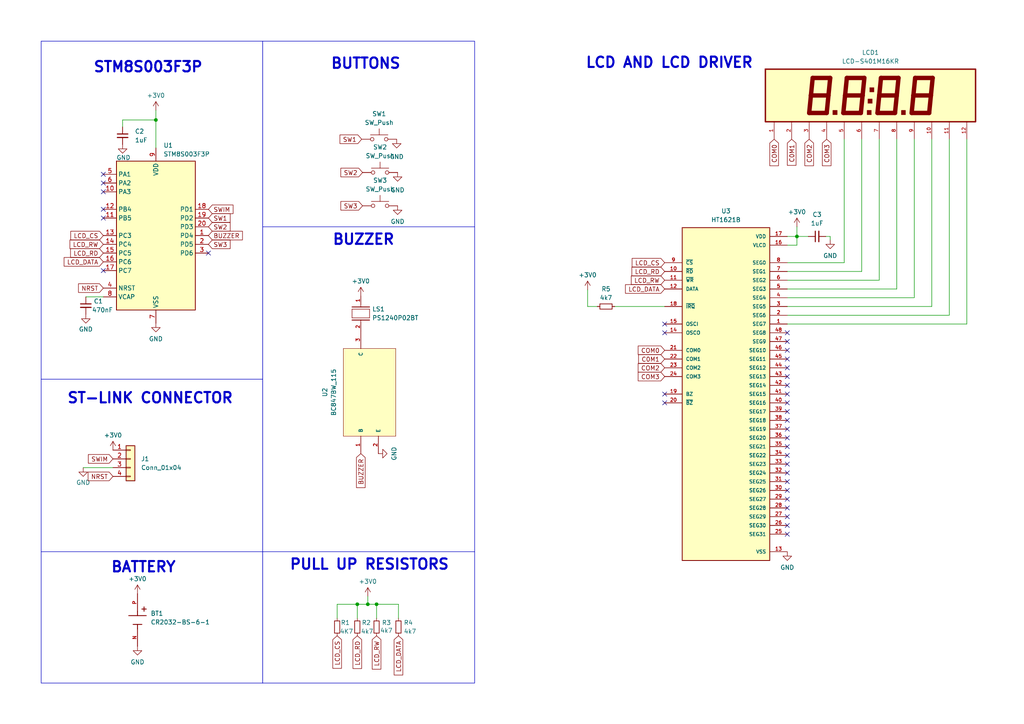
<source format=kicad_sch>
(kicad_sch (version 20230121) (generator eeschema)

  (uuid 067ec7c4-8376-466c-a173-4cbd467b2bac)

  (paper "A4")

  (lib_symbols
    (symbol "BC847BW_115:BC847BW_115" (pin_names (offset 1.016)) (in_bom yes) (on_board yes)
      (property "Reference" "U" (at 12.2442 6.3639 0)
        (effects (font (size 1.27 1.27)) (justify left bottom))
      )
      (property "Value" "BC847BW_115" (at 13.9029 -13.2918 0)
        (effects (font (size 1.27 1.27)) (justify left bottom))
      )
      (property "Footprint" "BC847BW_115:SO65P210X100-3N" (at 0 0 0)
        (effects (font (size 1.27 1.27)) (justify bottom) hide)
      )
      (property "Datasheet" "" (at 0 0 0)
        (effects (font (size 1.27 1.27)) hide)
      )
      (property "MF" "Nexperia USA Inc." (at 0 0 0)
        (effects (font (size 1.27 1.27)) (justify bottom) hide)
      )
      (property "Description" "\nBipolar (BJT) Transistor NPN 45 V 100 mA 100MHz 200 mW Surface Mount SOT-323\n" (at 0 0 0)
        (effects (font (size 1.27 1.27)) (justify bottom) hide)
      )
      (property "PACKAGE" "SOT-323-3" (at 0 0 0)
        (effects (font (size 1.27 1.27)) (justify bottom) hide)
      )
      (property "MPN" "BC847BW,115" (at 0 0 0)
        (effects (font (size 1.27 1.27)) (justify bottom) hide)
      )
      (property "Price" "None" (at 0 0 0)
        (effects (font (size 1.27 1.27)) (justify bottom) hide)
      )
      (property "Package" "SC-70-3 Nexperia USA Inc." (at 0 0 0)
        (effects (font (size 1.27 1.27)) (justify bottom) hide)
      )
      (property "OC_FARNELL" "1902485" (at 0 0 0)
        (effects (font (size 1.27 1.27)) (justify bottom) hide)
      )
      (property "SnapEDA_Link" "https://www.snapeda.com/parts/BC847BW,115/Nexperia/view-part/?ref=snap" (at 0 0 0)
        (effects (font (size 1.27 1.27)) (justify bottom) hide)
      )
      (property "MP" "BC847BW,115" (at 0 0 0)
        (effects (font (size 1.27 1.27)) (justify bottom) hide)
      )
      (property "Purchase-URL" "https://www.snapeda.com/api/url_track_click_mouser/?unipart_id=5649094&manufacturer=Nexperia USA Inc.&part_name=BC847BW,115&search_term=bc847bw" (at 0 0 0)
        (effects (font (size 1.27 1.27)) (justify bottom) hide)
      )
      (property "SUPPLIER" "DIODES INC." (at 0 0 0)
        (effects (font (size 1.27 1.27)) (justify bottom) hide)
      )
      (property "OC_NEWARK" "-" (at 0 0 0)
        (effects (font (size 1.27 1.27)) (justify bottom) hide)
      )
      (property "Availability" "In Stock" (at 0 0 0)
        (effects (font (size 1.27 1.27)) (justify bottom) hide)
      )
      (property "Check_prices" "https://www.snapeda.com/parts/BC847BW,115/Nexperia/view-part/?ref=eda" (at 0 0 0)
        (effects (font (size 1.27 1.27)) (justify bottom) hide)
      )
      (symbol "BC847BW_115_0_0"
        (rectangle (start 5.08 -10.16) (end 30.48 5.08)
          (stroke (width 0.127) (type default))
          (fill (type background))
        )
        (pin passive line (at 0 0 0) (length 5.08)
          (name "B" (effects (font (size 1.016 1.016))))
          (number "1" (effects (font (size 1.016 1.016))))
        )
        (pin passive line (at 0 -5.08 0) (length 5.08)
          (name "E" (effects (font (size 1.016 1.016))))
          (number "2" (effects (font (size 1.016 1.016))))
        )
        (pin passive line (at 35.56 0 180) (length 5.08)
          (name "C" (effects (font (size 1.016 1.016))))
          (number "3" (effects (font (size 1.016 1.016))))
        )
      )
    )
    (symbol "CR2032-BS-6-1:CR2032-BS-6-1" (pin_names (offset 1.016)) (in_bom yes) (on_board yes)
      (property "Reference" "BT1" (at -1.905 3.81 90)
        (effects (font (size 1.27 1.27)) (justify left))
      )
      (property "Value" "CR2032-BS-6-1" (at 0.635 3.81 90)
        (effects (font (size 1.27 1.27)) (justify left))
      )
      (property "Footprint" "CR2032-BS-6-1:BAT_CR2032-BS-6-1" (at 1.27 -10.16 0)
        (effects (font (size 1.27 1.27)) (justify bottom) hide)
      )
      (property "Datasheet" "" (at 0 0 0)
        (effects (font (size 1.27 1.27)) hide)
      )
      (property "MF" "Shenzhen Q&J Electronics Co. Ltd" (at 1.27 -7.62 0)
        (effects (font (size 1.27 1.27)) (justify bottom) hide)
      )
      (property "MAXIMUM_PACKAGE_HEIGHT" "5.55mm" (at 1.27 -7.62 0)
        (effects (font (size 1.27 1.27)) (justify bottom) hide)
      )
      (property "Package" "Package" (at 0 -8.89 0)
        (effects (font (size 1.27 1.27)) (justify bottom) hide)
      )
      (property "Price" "None" (at -1.27 -8.89 0)
        (effects (font (size 1.27 1.27)) (justify bottom) hide)
      )
      (property "Check_prices" "https://www.snapeda.com/parts/CR2032-BS-6-1/Shenzhen+Q%2526J+Electronics+Co.+Ltd/view-part/?ref=eda" (at 5.08 -7.62 0)
        (effects (font (size 1.27 1.27)) (justify bottom) hide)
      )
      (property "STANDARD" "Manufacturer Recommendations" (at 0 -7.62 0)
        (effects (font (size 1.27 1.27)) (justify bottom) hide)
      )
      (property "PARTREV" "2011/2/14" (at 0 -6.35 0)
        (effects (font (size 1.27 1.27)) (justify bottom) hide)
      )
      (property "SnapEDA_Link" "https://www.snapeda.com/parts/CR2032-BS-6-1/Shenzhen+Q%2526J+Electronics+Co.+Ltd/view-part/?ref=snap" (at 0 -7.62 0)
        (effects (font (size 1.27 1.27)) (justify bottom) hide)
      )
      (property "MP" "CR2032-BS-6-1" (at 1.27 -8.89 0)
        (effects (font (size 1.27 1.27)) (justify bottom) hide)
      )
      (property "Description" "\nBattery base CR2032 SMD Battery Connectors ROHS\n" (at -1.27 -7.62 0)
        (effects (font (size 1.27 1.27)) (justify bottom) hide)
      )
      (property "SNAPEDA_PN" "CR2032-BS-6-1" (at 0 -8.89 0)
        (effects (font (size 1.27 1.27)) (justify bottom) hide)
      )
      (property "Availability" "Not in stock" (at 0 0 0)
        (effects (font (size 1.27 1.27)) (justify bottom) hide)
      )
      (property "MANUFACTURER" "Shenzhen Q and J Electronics" (at 2.54 -8.89 0)
        (effects (font (size 1.27 1.27)) (justify bottom) hide)
      )
      (symbol "CR2032-BS-6-1_0_0"
        (polyline
          (pts
            (xy -3.81 1.905)
            (xy -2.54 1.905)
          )
          (stroke (width 0.254) (type default))
          (fill (type none))
        )
        (polyline
          (pts
            (xy -3.175 2.54)
            (xy -3.175 1.27)
          )
          (stroke (width 0.254) (type default))
          (fill (type none))
        )
        (polyline
          (pts
            (xy -1.27 0)
            (xy -2.54 0)
          )
          (stroke (width 0.254) (type default))
          (fill (type none))
        )
        (polyline
          (pts
            (xy -1.27 0)
            (xy -1.27 -2.54)
          )
          (stroke (width 0.254) (type default))
          (fill (type none))
        )
        (polyline
          (pts
            (xy -1.27 2.54)
            (xy -1.27 0)
          )
          (stroke (width 0.254) (type default))
          (fill (type none))
        )
        (polyline
          (pts
            (xy 1.27 0)
            (xy 1.27 -1.27)
          )
          (stroke (width 0.254) (type default))
          (fill (type none))
        )
        (polyline
          (pts
            (xy 1.27 0)
            (xy 2.54 0)
          )
          (stroke (width 0.254) (type default))
          (fill (type none))
        )
        (polyline
          (pts
            (xy 1.27 1.27)
            (xy 1.27 0)
          )
          (stroke (width 0.254) (type default))
          (fill (type none))
        )
      )
      (symbol "CR2032-BS-6-1_1_0"
        (pin power_out line (at 7.62 0 180) (length 5.08)
          (name "~" (effects (font (size 1.016 1.016))))
          (number "N" (effects (font (size 1.016 1.016))))
        )
        (pin power_out line (at -7.62 0 0) (length 5.08)
          (name "~" (effects (font (size 1.016 1.016))))
          (number "P" (effects (font (size 1.016 1.016))))
        )
      )
    )
    (symbol "Connector_Generic:Conn_01x04" (pin_names (offset 1.016) hide) (in_bom yes) (on_board yes)
      (property "Reference" "J" (at 0 5.08 0)
        (effects (font (size 1.27 1.27)))
      )
      (property "Value" "Conn_01x04" (at 0 -7.62 0)
        (effects (font (size 1.27 1.27)))
      )
      (property "Footprint" "" (at 0 0 0)
        (effects (font (size 1.27 1.27)) hide)
      )
      (property "Datasheet" "~" (at 0 0 0)
        (effects (font (size 1.27 1.27)) hide)
      )
      (property "ki_keywords" "connector" (at 0 0 0)
        (effects (font (size 1.27 1.27)) hide)
      )
      (property "ki_description" "Generic connector, single row, 01x04, script generated (kicad-library-utils/schlib/autogen/connector/)" (at 0 0 0)
        (effects (font (size 1.27 1.27)) hide)
      )
      (property "ki_fp_filters" "Connector*:*_1x??_*" (at 0 0 0)
        (effects (font (size 1.27 1.27)) hide)
      )
      (symbol "Conn_01x04_1_1"
        (rectangle (start -1.27 -4.953) (end 0 -5.207)
          (stroke (width 0.1524) (type default))
          (fill (type none))
        )
        (rectangle (start -1.27 -2.413) (end 0 -2.667)
          (stroke (width 0.1524) (type default))
          (fill (type none))
        )
        (rectangle (start -1.27 0.127) (end 0 -0.127)
          (stroke (width 0.1524) (type default))
          (fill (type none))
        )
        (rectangle (start -1.27 2.667) (end 0 2.413)
          (stroke (width 0.1524) (type default))
          (fill (type none))
        )
        (rectangle (start -1.27 3.81) (end 1.27 -6.35)
          (stroke (width 0.254) (type default))
          (fill (type background))
        )
        (pin passive line (at -5.08 2.54 0) (length 3.81)
          (name "Pin_1" (effects (font (size 1.27 1.27))))
          (number "1" (effects (font (size 1.27 1.27))))
        )
        (pin passive line (at -5.08 0 0) (length 3.81)
          (name "Pin_2" (effects (font (size 1.27 1.27))))
          (number "2" (effects (font (size 1.27 1.27))))
        )
        (pin passive line (at -5.08 -2.54 0) (length 3.81)
          (name "Pin_3" (effects (font (size 1.27 1.27))))
          (number "3" (effects (font (size 1.27 1.27))))
        )
        (pin passive line (at -5.08 -5.08 0) (length 3.81)
          (name "Pin_4" (effects (font (size 1.27 1.27))))
          (number "4" (effects (font (size 1.27 1.27))))
        )
      )
    )
    (symbol "Device:C_Small" (pin_numbers hide) (pin_names (offset 0.254) hide) (in_bom yes) (on_board yes)
      (property "Reference" "C" (at 0.254 1.778 0)
        (effects (font (size 1.27 1.27)) (justify left))
      )
      (property "Value" "C_Small" (at 0.254 -2.032 0)
        (effects (font (size 1.27 1.27)) (justify left))
      )
      (property "Footprint" "" (at 0 0 0)
        (effects (font (size 1.27 1.27)) hide)
      )
      (property "Datasheet" "~" (at 0 0 0)
        (effects (font (size 1.27 1.27)) hide)
      )
      (property "ki_keywords" "capacitor cap" (at 0 0 0)
        (effects (font (size 1.27 1.27)) hide)
      )
      (property "ki_description" "Unpolarized capacitor, small symbol" (at 0 0 0)
        (effects (font (size 1.27 1.27)) hide)
      )
      (property "ki_fp_filters" "C_*" (at 0 0 0)
        (effects (font (size 1.27 1.27)) hide)
      )
      (symbol "C_Small_0_1"
        (polyline
          (pts
            (xy -1.524 -0.508)
            (xy 1.524 -0.508)
          )
          (stroke (width 0.3302) (type default))
          (fill (type none))
        )
        (polyline
          (pts
            (xy -1.524 0.508)
            (xy 1.524 0.508)
          )
          (stroke (width 0.3048) (type default))
          (fill (type none))
        )
      )
      (symbol "C_Small_1_1"
        (pin passive line (at 0 2.54 270) (length 2.032)
          (name "~" (effects (font (size 1.27 1.27))))
          (number "1" (effects (font (size 1.27 1.27))))
        )
        (pin passive line (at 0 -2.54 90) (length 2.032)
          (name "~" (effects (font (size 1.27 1.27))))
          (number "2" (effects (font (size 1.27 1.27))))
        )
      )
    )
    (symbol "Device:R_Small" (pin_numbers hide) (pin_names (offset 0.254) hide) (in_bom yes) (on_board yes)
      (property "Reference" "R" (at 0.762 0.508 0)
        (effects (font (size 1.27 1.27)) (justify left))
      )
      (property "Value" "R_Small" (at 0.762 -1.016 0)
        (effects (font (size 1.27 1.27)) (justify left))
      )
      (property "Footprint" "" (at 0 0 0)
        (effects (font (size 1.27 1.27)) hide)
      )
      (property "Datasheet" "~" (at 0 0 0)
        (effects (font (size 1.27 1.27)) hide)
      )
      (property "ki_keywords" "R resistor" (at 0 0 0)
        (effects (font (size 1.27 1.27)) hide)
      )
      (property "ki_description" "Resistor, small symbol" (at 0 0 0)
        (effects (font (size 1.27 1.27)) hide)
      )
      (property "ki_fp_filters" "R_*" (at 0 0 0)
        (effects (font (size 1.27 1.27)) hide)
      )
      (symbol "R_Small_0_1"
        (rectangle (start -0.762 1.778) (end 0.762 -1.778)
          (stroke (width 0.2032) (type default))
          (fill (type none))
        )
      )
      (symbol "R_Small_1_1"
        (pin passive line (at 0 2.54 270) (length 0.762)
          (name "~" (effects (font (size 1.27 1.27))))
          (number "1" (effects (font (size 1.27 1.27))))
        )
        (pin passive line (at 0 -2.54 90) (length 0.762)
          (name "~" (effects (font (size 1.27 1.27))))
          (number "2" (effects (font (size 1.27 1.27))))
        )
      )
    )
    (symbol "HT1621B:HT1621B" (pin_names (offset 1.016)) (in_bom yes) (on_board yes)
      (property "Reference" "U" (at -12.7 48.768 0)
        (effects (font (size 1.27 1.27)) (justify left bottom))
      )
      (property "Value" "HT1621B" (at -12.7 -50.8 0)
        (effects (font (size 1.27 1.27)) (justify left bottom))
      )
      (property "Footprint" "HT1621B:SOP63P1035X279-48N" (at 0 0 0)
        (effects (font (size 1.27 1.27)) (justify bottom) hide)
      )
      (property "Datasheet" "" (at 0 0 0)
        (effects (font (size 1.27 1.27)) hide)
      )
      (property "MF" "Holtek" (at 0 0 0)
        (effects (font (size 1.27 1.27)) (justify bottom) hide)
      )
      (property "SNAPEDA_PACKAGE_ID" "13700" (at 0 0 0)
        (effects (font (size 1.27 1.27)) (justify bottom) hide)
      )
      (property "Package" "SSOP-48 Holtek" (at 0 0 0)
        (effects (font (size 1.27 1.27)) (justify bottom) hide)
      )
      (property "Price" "None" (at 0 0 0)
        (effects (font (size 1.27 1.27)) (justify bottom) hide)
      )
      (property "Check_prices" "https://www.snapeda.com/parts/HT1621B/Holtek/view-part/?ref=eda" (at 0 0 0)
        (effects (font (size 1.27 1.27)) (justify bottom) hide)
      )
      (property "STANDARD" "IPC 7351B" (at 0 0 0)
        (effects (font (size 1.27 1.27)) (justify bottom) hide)
      )
      (property "PARTREV" "3.21" (at 0 0 0)
        (effects (font (size 1.27 1.27)) (justify bottom) hide)
      )
      (property "SnapEDA_Link" "https://www.snapeda.com/parts/HT1621B/Holtek/view-part/?ref=snap" (at 0 0 0)
        (effects (font (size 1.27 1.27)) (justify bottom) hide)
      )
      (property "MP" "HT1621B" (at 0 0 0)
        (effects (font (size 1.27 1.27)) (justify bottom) hide)
      )
      (property "Description" "\n128 pattern (32x4), memory mapping, and multi-function LCD driver. The S/W configuration feature of the HT1621makes it suitable for multiple LCD applications including LCD modules and display sub-systems.\n" (at 0 0 0)
        (effects (font (size 1.27 1.27)) (justify bottom) hide)
      )
      (property "MANUFACTURER" "Holtek" (at 0 0 0)
        (effects (font (size 1.27 1.27)) (justify bottom) hide)
      )
      (property "Availability" "In Stock" (at 0 0 0)
        (effects (font (size 1.27 1.27)) (justify bottom) hide)
      )
      (property "MAXIMUM_PACKAGE_HEIGHT" "2.79 mm" (at 0 0 0)
        (effects (font (size 1.27 1.27)) (justify bottom) hide)
      )
      (symbol "HT1621B_0_0"
        (rectangle (start -12.7 -48.26) (end 12.7 48.26)
          (stroke (width 0.254) (type default))
          (fill (type background))
        )
        (pin output line (at 17.78 20.32 180) (length 5.08)
          (name "SEG7" (effects (font (size 1.016 1.016))))
          (number "1" (effects (font (size 1.016 1.016))))
        )
        (pin input line (at -17.78 35.56 0) (length 5.08)
          (name "~{RD}" (effects (font (size 1.016 1.016))))
          (number "10" (effects (font (size 1.016 1.016))))
        )
        (pin input line (at -17.78 33.02 0) (length 5.08)
          (name "~{WR}" (effects (font (size 1.016 1.016))))
          (number "11" (effects (font (size 1.016 1.016))))
        )
        (pin bidirectional line (at -17.78 30.48 0) (length 5.08)
          (name "DATA" (effects (font (size 1.016 1.016))))
          (number "12" (effects (font (size 1.016 1.016))))
        )
        (pin power_in line (at 17.78 -45.72 180) (length 5.08)
          (name "VSS" (effects (font (size 1.016 1.016))))
          (number "13" (effects (font (size 1.016 1.016))))
        )
        (pin output line (at -17.78 17.78 0) (length 5.08)
          (name "OSCO" (effects (font (size 1.016 1.016))))
          (number "14" (effects (font (size 1.016 1.016))))
        )
        (pin input line (at -17.78 20.32 0) (length 5.08)
          (name "OSCI" (effects (font (size 1.016 1.016))))
          (number "15" (effects (font (size 1.016 1.016))))
        )
        (pin power_in line (at 17.78 43.18 180) (length 5.08)
          (name "VLCD" (effects (font (size 1.016 1.016))))
          (number "16" (effects (font (size 1.016 1.016))))
        )
        (pin power_in line (at 17.78 45.72 180) (length 5.08)
          (name "VDD" (effects (font (size 1.016 1.016))))
          (number "17" (effects (font (size 1.016 1.016))))
        )
        (pin output line (at -17.78 25.4 0) (length 5.08)
          (name "~{IRQ}" (effects (font (size 1.016 1.016))))
          (number "18" (effects (font (size 1.016 1.016))))
        )
        (pin output line (at -17.78 0 0) (length 5.08)
          (name "BZ" (effects (font (size 1.016 1.016))))
          (number "19" (effects (font (size 1.016 1.016))))
        )
        (pin output line (at 17.78 22.86 180) (length 5.08)
          (name "SEG6" (effects (font (size 1.016 1.016))))
          (number "2" (effects (font (size 1.016 1.016))))
        )
        (pin output line (at -17.78 -2.54 0) (length 5.08)
          (name "~{BZ}" (effects (font (size 1.016 1.016))))
          (number "20" (effects (font (size 1.016 1.016))))
        )
        (pin output line (at -17.78 12.7 0) (length 5.08)
          (name "COM0" (effects (font (size 1.016 1.016))))
          (number "21" (effects (font (size 1.016 1.016))))
        )
        (pin output line (at -17.78 10.16 0) (length 5.08)
          (name "COM1" (effects (font (size 1.016 1.016))))
          (number "22" (effects (font (size 1.016 1.016))))
        )
        (pin output line (at -17.78 7.62 0) (length 5.08)
          (name "COM2" (effects (font (size 1.016 1.016))))
          (number "23" (effects (font (size 1.016 1.016))))
        )
        (pin output line (at -17.78 5.08 0) (length 5.08)
          (name "COM3" (effects (font (size 1.016 1.016))))
          (number "24" (effects (font (size 1.016 1.016))))
        )
        (pin output line (at 17.78 -40.64 180) (length 5.08)
          (name "SEG31" (effects (font (size 1.016 1.016))))
          (number "25" (effects (font (size 1.016 1.016))))
        )
        (pin output line (at 17.78 -38.1 180) (length 5.08)
          (name "SEG30" (effects (font (size 1.016 1.016))))
          (number "26" (effects (font (size 1.016 1.016))))
        )
        (pin output line (at 17.78 -35.56 180) (length 5.08)
          (name "SEG29" (effects (font (size 1.016 1.016))))
          (number "27" (effects (font (size 1.016 1.016))))
        )
        (pin output line (at 17.78 -33.02 180) (length 5.08)
          (name "SEG28" (effects (font (size 1.016 1.016))))
          (number "28" (effects (font (size 1.016 1.016))))
        )
        (pin output line (at 17.78 -30.48 180) (length 5.08)
          (name "SEG27" (effects (font (size 1.016 1.016))))
          (number "29" (effects (font (size 1.016 1.016))))
        )
        (pin output line (at 17.78 25.4 180) (length 5.08)
          (name "SEG5" (effects (font (size 1.016 1.016))))
          (number "3" (effects (font (size 1.016 1.016))))
        )
        (pin output line (at 17.78 -27.94 180) (length 5.08)
          (name "SEG26" (effects (font (size 1.016 1.016))))
          (number "30" (effects (font (size 1.016 1.016))))
        )
        (pin output line (at 17.78 -25.4 180) (length 5.08)
          (name "SEG25" (effects (font (size 1.016 1.016))))
          (number "31" (effects (font (size 1.016 1.016))))
        )
        (pin output line (at 17.78 -22.86 180) (length 5.08)
          (name "SEG24" (effects (font (size 1.016 1.016))))
          (number "32" (effects (font (size 1.016 1.016))))
        )
        (pin output line (at 17.78 -20.32 180) (length 5.08)
          (name "SEG23" (effects (font (size 1.016 1.016))))
          (number "33" (effects (font (size 1.016 1.016))))
        )
        (pin output line (at 17.78 -17.78 180) (length 5.08)
          (name "SEG22" (effects (font (size 1.016 1.016))))
          (number "34" (effects (font (size 1.016 1.016))))
        )
        (pin output line (at 17.78 -15.24 180) (length 5.08)
          (name "SEG21" (effects (font (size 1.016 1.016))))
          (number "35" (effects (font (size 1.016 1.016))))
        )
        (pin output line (at 17.78 -12.7 180) (length 5.08)
          (name "SEG20" (effects (font (size 1.016 1.016))))
          (number "36" (effects (font (size 1.016 1.016))))
        )
        (pin output line (at 17.78 -10.16 180) (length 5.08)
          (name "SEG19" (effects (font (size 1.016 1.016))))
          (number "37" (effects (font (size 1.016 1.016))))
        )
        (pin output line (at 17.78 -7.62 180) (length 5.08)
          (name "SEG18" (effects (font (size 1.016 1.016))))
          (number "38" (effects (font (size 1.016 1.016))))
        )
        (pin output line (at 17.78 -5.08 180) (length 5.08)
          (name "SEG17" (effects (font (size 1.016 1.016))))
          (number "39" (effects (font (size 1.016 1.016))))
        )
        (pin output line (at 17.78 27.94 180) (length 5.08)
          (name "SEG4" (effects (font (size 1.016 1.016))))
          (number "4" (effects (font (size 1.016 1.016))))
        )
        (pin output line (at 17.78 -2.54 180) (length 5.08)
          (name "SEG16" (effects (font (size 1.016 1.016))))
          (number "40" (effects (font (size 1.016 1.016))))
        )
        (pin output line (at 17.78 0 180) (length 5.08)
          (name "SEG15" (effects (font (size 1.016 1.016))))
          (number "41" (effects (font (size 1.016 1.016))))
        )
        (pin output line (at 17.78 2.54 180) (length 5.08)
          (name "SEG14" (effects (font (size 1.016 1.016))))
          (number "42" (effects (font (size 1.016 1.016))))
        )
        (pin output line (at 17.78 5.08 180) (length 5.08)
          (name "SEG13" (effects (font (size 1.016 1.016))))
          (number "43" (effects (font (size 1.016 1.016))))
        )
        (pin output line (at 17.78 7.62 180) (length 5.08)
          (name "SEG12" (effects (font (size 1.016 1.016))))
          (number "44" (effects (font (size 1.016 1.016))))
        )
        (pin output line (at 17.78 10.16 180) (length 5.08)
          (name "SEG11" (effects (font (size 1.016 1.016))))
          (number "45" (effects (font (size 1.016 1.016))))
        )
        (pin output line (at 17.78 12.7 180) (length 5.08)
          (name "SEG10" (effects (font (size 1.016 1.016))))
          (number "46" (effects (font (size 1.016 1.016))))
        )
        (pin output line (at 17.78 15.24 180) (length 5.08)
          (name "SEG9" (effects (font (size 1.016 1.016))))
          (number "47" (effects (font (size 1.016 1.016))))
        )
        (pin output line (at 17.78 17.78 180) (length 5.08)
          (name "SEG8" (effects (font (size 1.016 1.016))))
          (number "48" (effects (font (size 1.016 1.016))))
        )
        (pin output line (at 17.78 30.48 180) (length 5.08)
          (name "SEG3" (effects (font (size 1.016 1.016))))
          (number "5" (effects (font (size 1.016 1.016))))
        )
        (pin output line (at 17.78 33.02 180) (length 5.08)
          (name "SEG2" (effects (font (size 1.016 1.016))))
          (number "6" (effects (font (size 1.016 1.016))))
        )
        (pin output line (at 17.78 35.56 180) (length 5.08)
          (name "SEG1" (effects (font (size 1.016 1.016))))
          (number "7" (effects (font (size 1.016 1.016))))
        )
        (pin output line (at 17.78 38.1 180) (length 5.08)
          (name "SEG0" (effects (font (size 1.016 1.016))))
          (number "8" (effects (font (size 1.016 1.016))))
        )
        (pin input line (at -17.78 38.1 0) (length 5.08)
          (name "~{CS}" (effects (font (size 1.016 1.016))))
          (number "9" (effects (font (size 1.016 1.016))))
        )
      )
    )
    (symbol "LCD-S401M16KR:LCD-S401M16KR" (pin_names (offset 1.016)) (in_bom yes) (on_board yes)
      (property "Reference" "LCD" (at 0 3.8116 0)
        (effects (font (size 1.27 1.27)) (justify left bottom))
      )
      (property "Value" "LCD-S401M16KR" (at 0 1.2702 0)
        (effects (font (size 1.27 1.27)) (justify left bottom))
      )
      (property "Footprint" "LCD-S401M16KR:LCD-S401M16KR" (at 0 0 0)
        (effects (font (size 1.27 1.27)) (justify bottom) hide)
      )
      (property "Datasheet" "" (at 0 0 0)
        (effects (font (size 1.27 1.27)) hide)
      )
      (property "MF" "Lumex Opto/Components" (at 0 0 0)
        (effects (font (size 1.27 1.27)) (justify bottom) hide)
      )
      (property "Description" "\nCharacter LCD Display Module Reflective 7-Segment TN - Twisted Nematic Without Backlight - 20.32mm x 10.16mm x 2.80mm\n" (at 0 0 0)
        (effects (font (size 1.27 1.27)) (justify bottom) hide)
      )
      (property "Package" "None" (at 0 0 0)
        (effects (font (size 1.27 1.27)) (justify bottom) hide)
      )
      (property "Price" "None" (at 0 0 0)
        (effects (font (size 1.27 1.27)) (justify bottom) hide)
      )
      (property "SnapEDA_Link" "https://www.snapeda.com/parts/LCD-S401M16KR/Lumex+Opto%252FComponents+Inc./view-part/?ref=snap" (at 0 0 0)
        (effects (font (size 1.27 1.27)) (justify bottom) hide)
      )
      (property "MP" "LCD-S401M16KR" (at 0 0 0)
        (effects (font (size 1.27 1.27)) (justify bottom) hide)
      )
      (property "Purchase-URL" "https://www.snapeda.com/api/url_track_click_mouser/?unipart_id=492671&manufacturer=Lumex Opto/Components&part_name=LCD-S401M16KR&search_term=lcd-s401m16kr" (at 0 0 0)
        (effects (font (size 1.27 1.27)) (justify bottom) hide)
      )
      (property "Availability" "In Stock" (at 0 0 0)
        (effects (font (size 1.27 1.27)) (justify bottom) hide)
      )
      (property "Check_prices" "https://www.snapeda.com/parts/LCD-S401M16KR/Lumex+Opto%252FComponents+Inc./view-part/?ref=eda" (at 0 0 0)
        (effects (font (size 1.27 1.27)) (justify bottom) hide)
      )
      (symbol "LCD-S401M16KR_0_0"
        (rectangle (start 0 -15.24) (end 60.96 0)
          (stroke (width 0.4064) (type default))
          (fill (type background))
        )
        (polyline
          (pts
            (xy 12.7 -12.7)
            (xy 17.78 -12.7)
          )
          (stroke (width 1.27) (type default))
          (fill (type none))
        )
        (polyline
          (pts
            (xy 13.208 -7.62)
            (xy 12.7 -12.7)
          )
          (stroke (width 1.27) (type default))
          (fill (type none))
        )
        (polyline
          (pts
            (xy 13.208 -7.62)
            (xy 18.288 -7.62)
          )
          (stroke (width 1.27) (type default))
          (fill (type none))
        )
        (polyline
          (pts
            (xy 13.716 -2.54)
            (xy 13.208 -7.62)
          )
          (stroke (width 1.27) (type default))
          (fill (type none))
        )
        (polyline
          (pts
            (xy 17.78 -12.7)
            (xy 18.288 -7.62)
          )
          (stroke (width 1.27) (type default))
          (fill (type none))
        )
        (polyline
          (pts
            (xy 18.288 -7.62)
            (xy 18.796 -2.54)
          )
          (stroke (width 1.27) (type default))
          (fill (type none))
        )
        (polyline
          (pts
            (xy 18.796 -2.54)
            (xy 13.716 -2.54)
          )
          (stroke (width 1.27) (type default))
          (fill (type none))
        )
        (polyline
          (pts
            (xy 22.606 -12.7)
            (xy 27.686 -12.7)
          )
          (stroke (width 1.27) (type default))
          (fill (type none))
        )
        (polyline
          (pts
            (xy 23.114 -7.62)
            (xy 22.606 -12.7)
          )
          (stroke (width 1.27) (type default))
          (fill (type none))
        )
        (polyline
          (pts
            (xy 23.114 -7.62)
            (xy 28.194 -7.62)
          )
          (stroke (width 1.27) (type default))
          (fill (type none))
        )
        (polyline
          (pts
            (xy 23.622 -2.54)
            (xy 23.114 -7.62)
          )
          (stroke (width 1.27) (type default))
          (fill (type none))
        )
        (polyline
          (pts
            (xy 27.686 -12.7)
            (xy 28.194 -7.62)
          )
          (stroke (width 1.27) (type default))
          (fill (type none))
        )
        (polyline
          (pts
            (xy 28.194 -7.62)
            (xy 28.702 -2.54)
          )
          (stroke (width 1.27) (type default))
          (fill (type none))
        )
        (polyline
          (pts
            (xy 28.702 -2.54)
            (xy 23.622 -2.54)
          )
          (stroke (width 1.27) (type default))
          (fill (type none))
        )
        (polyline
          (pts
            (xy 32.512 -12.7)
            (xy 37.592 -12.7)
          )
          (stroke (width 1.27) (type default))
          (fill (type none))
        )
        (polyline
          (pts
            (xy 33.02 -7.62)
            (xy 32.512 -12.7)
          )
          (stroke (width 1.27) (type default))
          (fill (type none))
        )
        (polyline
          (pts
            (xy 33.02 -7.62)
            (xy 38.1 -7.62)
          )
          (stroke (width 1.27) (type default))
          (fill (type none))
        )
        (polyline
          (pts
            (xy 33.528 -2.54)
            (xy 33.02 -7.62)
          )
          (stroke (width 1.27) (type default))
          (fill (type none))
        )
        (polyline
          (pts
            (xy 37.592 -12.7)
            (xy 38.1 -7.62)
          )
          (stroke (width 1.27) (type default))
          (fill (type none))
        )
        (polyline
          (pts
            (xy 38.1 -7.62)
            (xy 38.608 -2.54)
          )
          (stroke (width 1.27) (type default))
          (fill (type none))
        )
        (polyline
          (pts
            (xy 38.608 -2.54)
            (xy 33.528 -2.54)
          )
          (stroke (width 1.27) (type default))
          (fill (type none))
        )
        (polyline
          (pts
            (xy 42.418 -12.7)
            (xy 47.498 -12.7)
          )
          (stroke (width 1.27) (type default))
          (fill (type none))
        )
        (polyline
          (pts
            (xy 42.926 -7.62)
            (xy 42.418 -12.7)
          )
          (stroke (width 1.27) (type default))
          (fill (type none))
        )
        (polyline
          (pts
            (xy 42.926 -7.62)
            (xy 48.006 -7.62)
          )
          (stroke (width 1.27) (type default))
          (fill (type none))
        )
        (polyline
          (pts
            (xy 43.434 -2.54)
            (xy 42.926 -7.62)
          )
          (stroke (width 1.27) (type default))
          (fill (type none))
        )
        (polyline
          (pts
            (xy 47.498 -12.7)
            (xy 48.006 -7.62)
          )
          (stroke (width 1.27) (type default))
          (fill (type none))
        )
        (polyline
          (pts
            (xy 48.006 -7.62)
            (xy 48.514 -2.54)
          )
          (stroke (width 1.27) (type default))
          (fill (type none))
        )
        (polyline
          (pts
            (xy 48.514 -2.54)
            (xy 43.434 -2.54)
          )
          (stroke (width 1.27) (type default))
          (fill (type none))
        )
        (rectangle (start 19.5613 -13.2103) (end 20.828 -11.938)
          (stroke (width 0.1) (type default))
          (fill (type outline))
        )
        (rectangle (start 29.4854 -13.2176) (end 30.734 -11.938)
          (stroke (width 0.1) (type default))
          (fill (type outline))
        )
        (rectangle (start 29.7428 -9.9143) (end 30.988 -8.636)
          (stroke (width 0.1) (type default))
          (fill (type outline))
        )
        (rectangle (start 30.2625 -6.612) (end 31.496 -5.334)
          (stroke (width 0.1) (type default))
          (fill (type outline))
        )
        (rectangle (start 39.4437 -13.2327) (end 40.64 -11.938)
          (stroke (width 0.1) (type default))
          (fill (type outline))
        )
        (pin bidirectional line (at 2.54 -20.32 90) (length 5.08)
          (name "~" (effects (font (size 1.016 1.016))))
          (number "1" (effects (font (size 1.016 1.016))))
        )
        (pin bidirectional line (at 48.26 -20.32 90) (length 5.08)
          (name "~" (effects (font (size 1.016 1.016))))
          (number "10" (effects (font (size 1.016 1.016))))
        )
        (pin bidirectional line (at 53.34 -20.32 90) (length 5.08)
          (name "~" (effects (font (size 1.016 1.016))))
          (number "11" (effects (font (size 1.016 1.016))))
        )
        (pin bidirectional line (at 58.42 -20.32 90) (length 5.08)
          (name "~" (effects (font (size 1.016 1.016))))
          (number "12" (effects (font (size 1.016 1.016))))
        )
        (pin bidirectional line (at 7.62 -20.32 90) (length 5.08)
          (name "~" (effects (font (size 1.016 1.016))))
          (number "2" (effects (font (size 1.016 1.016))))
        )
        (pin bidirectional line (at 12.7 -20.32 90) (length 5.08)
          (name "~" (effects (font (size 1.016 1.016))))
          (number "3" (effects (font (size 1.016 1.016))))
        )
        (pin bidirectional line (at 17.78 -20.32 90) (length 5.08)
          (name "~" (effects (font (size 1.016 1.016))))
          (number "4" (effects (font (size 1.016 1.016))))
        )
        (pin bidirectional line (at 22.86 -20.32 90) (length 5.08)
          (name "~" (effects (font (size 1.016 1.016))))
          (number "5" (effects (font (size 1.016 1.016))))
        )
        (pin bidirectional line (at 27.94 -20.32 90) (length 5.08)
          (name "~" (effects (font (size 1.016 1.016))))
          (number "6" (effects (font (size 1.016 1.016))))
        )
        (pin bidirectional line (at 33.02 -20.32 90) (length 5.08)
          (name "~" (effects (font (size 1.016 1.016))))
          (number "7" (effects (font (size 1.016 1.016))))
        )
        (pin bidirectional line (at 38.1 -20.32 90) (length 5.08)
          (name "~" (effects (font (size 1.016 1.016))))
          (number "8" (effects (font (size 1.016 1.016))))
        )
        (pin bidirectional line (at 43.18 -20.32 90) (length 5.08)
          (name "~" (effects (font (size 1.016 1.016))))
          (number "9" (effects (font (size 1.016 1.016))))
        )
      )
    )
    (symbol "MCU_ST_STM8:STM8S003F3P" (in_bom yes) (on_board yes)
      (property "Reference" "U" (at 1.27 25.4 0)
        (effects (font (size 1.27 1.27)) (justify left))
      )
      (property "Value" "STM8S003F3P" (at 1.27 22.86 0)
        (effects (font (size 1.27 1.27)) (justify left))
      )
      (property "Footprint" "Package_SO:TSSOP-20_4.4x6.5mm_P0.65mm" (at 1.27 27.94 0)
        (effects (font (size 1.27 1.27)) (justify left) hide)
      )
      (property "Datasheet" "http://www.st.com/st-web-ui/static/active/en/resource/technical/document/datasheet/DM00024550.pdf" (at -1.27 -10.16 0)
        (effects (font (size 1.27 1.27)) hide)
      )
      (property "ki_keywords" "STM8S Mainstream Value line 8-bit, 16MHz, 1k RAM, 128 EEPROM" (at 0 0 0)
        (effects (font (size 1.27 1.27)) hide)
      )
      (property "ki_description" "16MHz, 8K Flash, 1K RAM, 128 EEPROM, USART, I²C, SPI, TSSOP-20" (at 0 0 0)
        (effects (font (size 1.27 1.27)) hide)
      )
      (property "ki_fp_filters" "TSSOP*4.4x6.5mm*P0.65mm*" (at 0 0 0)
        (effects (font (size 1.27 1.27)) hide)
      )
      (symbol "STM8S003F3P_0_1"
        (rectangle (start -11.43 21.59) (end 11.43 -21.59)
          (stroke (width 0.254) (type default))
          (fill (type background))
        )
      )
      (symbol "STM8S003F3P_1_1"
        (pin bidirectional line (at 15.24 0 180) (length 3.81)
          (name "PD4" (effects (font (size 1.27 1.27))))
          (number "1" (effects (font (size 1.27 1.27))))
        )
        (pin bidirectional line (at -15.24 12.7 0) (length 3.81)
          (name "PA3" (effects (font (size 1.27 1.27))))
          (number "10" (effects (font (size 1.27 1.27))))
        )
        (pin bidirectional line (at -15.24 5.08 0) (length 3.81)
          (name "PB5" (effects (font (size 1.27 1.27))))
          (number "11" (effects (font (size 1.27 1.27))))
        )
        (pin bidirectional line (at -15.24 7.62 0) (length 3.81)
          (name "PB4" (effects (font (size 1.27 1.27))))
          (number "12" (effects (font (size 1.27 1.27))))
        )
        (pin bidirectional line (at -15.24 0 0) (length 3.81)
          (name "PC3" (effects (font (size 1.27 1.27))))
          (number "13" (effects (font (size 1.27 1.27))))
        )
        (pin bidirectional line (at -15.24 -2.54 0) (length 3.81)
          (name "PC4" (effects (font (size 1.27 1.27))))
          (number "14" (effects (font (size 1.27 1.27))))
        )
        (pin bidirectional line (at -15.24 -5.08 0) (length 3.81)
          (name "PC5" (effects (font (size 1.27 1.27))))
          (number "15" (effects (font (size 1.27 1.27))))
        )
        (pin bidirectional line (at -15.24 -7.62 0) (length 3.81)
          (name "PC6" (effects (font (size 1.27 1.27))))
          (number "16" (effects (font (size 1.27 1.27))))
        )
        (pin bidirectional line (at -15.24 -10.16 0) (length 3.81)
          (name "PC7" (effects (font (size 1.27 1.27))))
          (number "17" (effects (font (size 1.27 1.27))))
        )
        (pin bidirectional line (at 15.24 7.62 180) (length 3.81)
          (name "PD1" (effects (font (size 1.27 1.27))))
          (number "18" (effects (font (size 1.27 1.27))))
        )
        (pin bidirectional line (at 15.24 5.08 180) (length 3.81)
          (name "PD2" (effects (font (size 1.27 1.27))))
          (number "19" (effects (font (size 1.27 1.27))))
        )
        (pin bidirectional line (at 15.24 -2.54 180) (length 3.81)
          (name "PD5" (effects (font (size 1.27 1.27))))
          (number "2" (effects (font (size 1.27 1.27))))
        )
        (pin bidirectional line (at 15.24 2.54 180) (length 3.81)
          (name "PD3" (effects (font (size 1.27 1.27))))
          (number "20" (effects (font (size 1.27 1.27))))
        )
        (pin bidirectional line (at 15.24 -5.08 180) (length 3.81)
          (name "PD6" (effects (font (size 1.27 1.27))))
          (number "3" (effects (font (size 1.27 1.27))))
        )
        (pin input line (at -15.24 -15.24 0) (length 3.81)
          (name "NRST" (effects (font (size 1.27 1.27))))
          (number "4" (effects (font (size 1.27 1.27))))
        )
        (pin bidirectional line (at -15.24 17.78 0) (length 3.81)
          (name "PA1" (effects (font (size 1.27 1.27))))
          (number "5" (effects (font (size 1.27 1.27))))
        )
        (pin bidirectional line (at -15.24 15.24 0) (length 3.81)
          (name "PA2" (effects (font (size 1.27 1.27))))
          (number "6" (effects (font (size 1.27 1.27))))
        )
        (pin power_in line (at 0 -25.4 90) (length 3.81)
          (name "VSS" (effects (font (size 1.27 1.27))))
          (number "7" (effects (font (size 1.27 1.27))))
        )
        (pin passive line (at -15.24 -17.78 0) (length 3.81)
          (name "VCAP" (effects (font (size 1.27 1.27))))
          (number "8" (effects (font (size 1.27 1.27))))
        )
        (pin power_in line (at 0 25.4 270) (length 3.81)
          (name "VDD" (effects (font (size 1.27 1.27))))
          (number "9" (effects (font (size 1.27 1.27))))
        )
      )
    )
    (symbol "PS1240P02BT Buzzer:PS1240P02BT" (pin_names (offset 1.016)) (in_bom yes) (on_board yes)
      (property "Reference" "LS" (at -3.81 3.81 0)
        (effects (font (size 1.27 1.27)) (justify left bottom))
      )
      (property "Value" "PS1240P02BT" (at -3.81 -5.08 0)
        (effects (font (size 1.27 1.27)) (justify left bottom))
      )
      (property "Footprint" "PS1240P02BT:XDCR_PS1240P02BT" (at 0 0 0)
        (effects (font (size 1.27 1.27)) (justify bottom) hide)
      )
      (property "Datasheet" "" (at 0 0 0)
        (effects (font (size 1.27 1.27)) hide)
      )
      (property "MF" "TDK Corporation" (at 0 0 0)
        (effects (font (size 1.27 1.27)) (justify bottom) hide)
      )
      (property "MAXIMUM_PACKAGE_HEIGHT" "7.0mm" (at 0 0 0)
        (effects (font (size 1.27 1.27)) (justify bottom) hide)
      )
      (property "PACKAGE" "SIP-5 TDK" (at 0 0 0)
        (effects (font (size 1.27 1.27)) (justify bottom) hide)
      )
      (property "PRICE" "None" (at 0 0 0)
        (effects (font (size 1.27 1.27)) (justify bottom) hide)
      )
      (property "Package" "Custom Package TDK" (at 0 0 0)
        (effects (font (size 1.27 1.27)) (justify bottom) hide)
      )
      (property "Check_prices" "https://www.snapeda.com/parts/PS1240P02BT/TDK/view-part/?ref=eda" (at 0 0 0)
        (effects (font (size 1.27 1.27)) (justify bottom) hide)
      )
      (property "Price" "None" (at 0 0 0)
        (effects (font (size 1.27 1.27)) (justify bottom) hide)
      )
      (property "SnapEDA_Link" "https://www.snapeda.com/parts/PS1240P02BT/TDK/view-part/?ref=snap" (at 0 0 0)
        (effects (font (size 1.27 1.27)) (justify bottom) hide)
      )
      (property "MP" "PS1240P02BT" (at 0 0 0)
        (effects (font (size 1.27 1.27)) (justify bottom) hide)
      )
      (property "Purchase-URL" "https://www.snapeda.com/api/url_track_click_mouser/?unipart_id=5799192&manufacturer=TDK Corporation&part_name=PS1240P02BT&search_term=buzzer  3v" (at 0 0 0)
        (effects (font (size 1.27 1.27)) (justify bottom) hide)
      )
      (property "Description" "\nBuzzers Transducer, Externally Driven Piezo 3 V - 4kHz 60dB @ 3V, 10cm Through Hole PC Pins\n" (at 0 0 0)
        (effects (font (size 1.27 1.27)) (justify bottom) hide)
      )
      (property "Availability" "In Stock" (at 0 0 0)
        (effects (font (size 1.27 1.27)) (justify bottom) hide)
      )
      (property "AVAILABILITY" "Unavailable" (at 0 0 0)
        (effects (font (size 1.27 1.27)) (justify bottom) hide)
      )
      (property "DESCRIPTION" "Buzzers Transducer, Externally Driven Piezo 3V 4kHz 60dB @ 3V, 10cm Through Hole PC Pins" (at 0 0 0)
        (effects (font (size 1.27 1.27)) (justify bottom) hide)
      )
      (symbol "PS1240P02BT_0_0"
        (polyline
          (pts
            (xy -2.54 0)
            (xy -1.905 0)
          )
          (stroke (width 0.1524) (type default))
          (fill (type none))
        )
        (polyline
          (pts
            (xy -1.905 -2.54)
            (xy -1.905 0)
          )
          (stroke (width 0.254) (type default))
          (fill (type none))
        )
        (polyline
          (pts
            (xy -1.905 0)
            (xy -1.905 2.54)
          )
          (stroke (width 0.254) (type default))
          (fill (type none))
        )
        (polyline
          (pts
            (xy -1.27 -2.54)
            (xy 1.27 -2.54)
          )
          (stroke (width 0.1524) (type default))
          (fill (type none))
        )
        (polyline
          (pts
            (xy -1.27 2.54)
            (xy -1.27 -2.54)
          )
          (stroke (width 0.1524) (type default))
          (fill (type none))
        )
        (polyline
          (pts
            (xy 1.27 -2.54)
            (xy 1.27 2.54)
          )
          (stroke (width 0.1524) (type default))
          (fill (type none))
        )
        (polyline
          (pts
            (xy 1.27 2.54)
            (xy -1.27 2.54)
          )
          (stroke (width 0.1524) (type default))
          (fill (type none))
        )
        (polyline
          (pts
            (xy 1.905 0)
            (xy 1.905 -2.54)
          )
          (stroke (width 0.254) (type default))
          (fill (type none))
        )
        (polyline
          (pts
            (xy 1.905 0)
            (xy 2.54 0)
          )
          (stroke (width 0.1524) (type default))
          (fill (type none))
        )
        (polyline
          (pts
            (xy 1.905 2.54)
            (xy 1.905 0)
          )
          (stroke (width 0.254) (type default))
          (fill (type none))
        )
        (pin passive line (at -5.08 0 0) (length 2.54)
          (name "~" (effects (font (size 1.016 1.016))))
          (number "1" (effects (font (size 1.016 1.016))))
        )
        (pin passive line (at 5.08 0 180) (length 2.54)
          (name "~" (effects (font (size 1.016 1.016))))
          (number "2" (effects (font (size 1.016 1.016))))
        )
      )
    )
    (symbol "Switch:SW_Push" (pin_numbers hide) (pin_names (offset 1.016) hide) (in_bom yes) (on_board yes)
      (property "Reference" "SW" (at 1.27 2.54 0)
        (effects (font (size 1.27 1.27)) (justify left))
      )
      (property "Value" "SW_Push" (at 0 -1.524 0)
        (effects (font (size 1.27 1.27)))
      )
      (property "Footprint" "" (at 0 5.08 0)
        (effects (font (size 1.27 1.27)) hide)
      )
      (property "Datasheet" "~" (at 0 5.08 0)
        (effects (font (size 1.27 1.27)) hide)
      )
      (property "ki_keywords" "switch normally-open pushbutton push-button" (at 0 0 0)
        (effects (font (size 1.27 1.27)) hide)
      )
      (property "ki_description" "Push button switch, generic, two pins" (at 0 0 0)
        (effects (font (size 1.27 1.27)) hide)
      )
      (symbol "SW_Push_0_1"
        (circle (center -2.032 0) (radius 0.508)
          (stroke (width 0) (type default))
          (fill (type none))
        )
        (polyline
          (pts
            (xy 0 1.27)
            (xy 0 3.048)
          )
          (stroke (width 0) (type default))
          (fill (type none))
        )
        (polyline
          (pts
            (xy 2.54 1.27)
            (xy -2.54 1.27)
          )
          (stroke (width 0) (type default))
          (fill (type none))
        )
        (circle (center 2.032 0) (radius 0.508)
          (stroke (width 0) (type default))
          (fill (type none))
        )
        (pin passive line (at -5.08 0 0) (length 2.54)
          (name "1" (effects (font (size 1.27 1.27))))
          (number "1" (effects (font (size 1.27 1.27))))
        )
        (pin passive line (at 5.08 0 180) (length 2.54)
          (name "2" (effects (font (size 1.27 1.27))))
          (number "2" (effects (font (size 1.27 1.27))))
        )
      )
    )
    (symbol "power:+3V0" (power) (pin_names (offset 0)) (in_bom yes) (on_board yes)
      (property "Reference" "#PWR" (at 0 -3.81 0)
        (effects (font (size 1.27 1.27)) hide)
      )
      (property "Value" "+3V0" (at 0 3.556 0)
        (effects (font (size 1.27 1.27)))
      )
      (property "Footprint" "" (at 0 0 0)
        (effects (font (size 1.27 1.27)) hide)
      )
      (property "Datasheet" "" (at 0 0 0)
        (effects (font (size 1.27 1.27)) hide)
      )
      (property "ki_keywords" "global power" (at 0 0 0)
        (effects (font (size 1.27 1.27)) hide)
      )
      (property "ki_description" "Power symbol creates a global label with name \"+3V0\"" (at 0 0 0)
        (effects (font (size 1.27 1.27)) hide)
      )
      (symbol "+3V0_0_1"
        (polyline
          (pts
            (xy -0.762 1.27)
            (xy 0 2.54)
          )
          (stroke (width 0) (type default))
          (fill (type none))
        )
        (polyline
          (pts
            (xy 0 0)
            (xy 0 2.54)
          )
          (stroke (width 0) (type default))
          (fill (type none))
        )
        (polyline
          (pts
            (xy 0 2.54)
            (xy 0.762 1.27)
          )
          (stroke (width 0) (type default))
          (fill (type none))
        )
      )
      (symbol "+3V0_1_1"
        (pin power_in line (at 0 0 90) (length 0) hide
          (name "+3V0" (effects (font (size 1.27 1.27))))
          (number "1" (effects (font (size 1.27 1.27))))
        )
      )
    )
    (symbol "power:GND" (power) (pin_names (offset 0)) (in_bom yes) (on_board yes)
      (property "Reference" "#PWR" (at 0 -6.35 0)
        (effects (font (size 1.27 1.27)) hide)
      )
      (property "Value" "GND" (at 0 -3.81 0)
        (effects (font (size 1.27 1.27)))
      )
      (property "Footprint" "" (at 0 0 0)
        (effects (font (size 1.27 1.27)) hide)
      )
      (property "Datasheet" "" (at 0 0 0)
        (effects (font (size 1.27 1.27)) hide)
      )
      (property "ki_keywords" "global power" (at 0 0 0)
        (effects (font (size 1.27 1.27)) hide)
      )
      (property "ki_description" "Power symbol creates a global label with name \"GND\" , ground" (at 0 0 0)
        (effects (font (size 1.27 1.27)) hide)
      )
      (symbol "GND_0_1"
        (polyline
          (pts
            (xy 0 0)
            (xy 0 -1.27)
            (xy 1.27 -1.27)
            (xy 0 -2.54)
            (xy -1.27 -1.27)
            (xy 0 -1.27)
          )
          (stroke (width 0) (type default))
          (fill (type none))
        )
      )
      (symbol "GND_1_1"
        (pin power_in line (at 0 0 270) (length 0) hide
          (name "GND" (effects (font (size 1.27 1.27))))
          (number "1" (effects (font (size 1.27 1.27))))
        )
      )
    )
  )

  (junction (at 103.632 175.26) (diameter 0) (color 0 0 0 0)
    (uuid 0c7fa88b-4b4a-4c76-90a8-d448f7d1029f)
  )
  (junction (at 45.212 34.798) (diameter 0) (color 0 0 0 0)
    (uuid 4529abee-f9ee-4da5-a814-aef9080df5a0)
  )
  (junction (at 109.22 175.26) (diameter 0) (color 0 0 0 0)
    (uuid b609674b-a8d1-41b3-bf43-b40e17e27cf4)
  )
  (junction (at 231.14 68.58) (diameter 0) (color 0 0 0 0)
    (uuid dfe432ce-e878-4c04-a559-acfff8cd85be)
  )
  (junction (at 106.68 175.26) (diameter 0) (color 0 0 0 0)
    (uuid e885379a-6388-489b-b733-a8fc135b7318)
  )

  (no_connect (at 228.346 121.92) (uuid 026e87dc-cd95-4b71-9885-6b6d138d5a5f))
  (no_connect (at 29.972 50.546) (uuid 20f0ab27-391f-4eca-8d17-f59b19bcf354))
  (no_connect (at 228.346 152.4) (uuid 2235bd5a-40e6-45ee-954d-402f8d42c9b9))
  (no_connect (at 228.346 132.08) (uuid 247d8432-076a-4e87-84d7-b7fd4cb1a4af))
  (no_connect (at 228.346 142.24) (uuid 30c730ea-7f2d-4b82-9cd8-3fcedcba7d8e))
  (no_connect (at 29.972 53.086) (uuid 318d8be0-8748-4352-9d57-30788319c953))
  (no_connect (at 29.972 55.626) (uuid 36be07e7-64b0-4e2b-becc-f8dc867e9342))
  (no_connect (at 228.346 144.78) (uuid 3da789a3-cb5f-45a2-a7c2-0b9dca520f4e))
  (no_connect (at 29.972 78.486) (uuid 3f622f4f-94fa-445c-9583-9a631ca952f7))
  (no_connect (at 228.346 147.32) (uuid 4a51c26b-de3a-4819-b2c6-c04e03ddda6b))
  (no_connect (at 228.346 119.38) (uuid 4a96515f-1bf3-41bb-9321-e4ff751a36f3))
  (no_connect (at 228.346 104.14) (uuid 5395d49c-dbcf-4b6b-9939-1e3036b15953))
  (no_connect (at 228.346 111.76) (uuid 53f065eb-f5d4-4bfd-8538-54b5ae05ced4))
  (no_connect (at 228.346 99.06) (uuid 5488eb77-92f7-4d60-9464-2c1da2b741d0))
  (no_connect (at 228.346 127) (uuid 5c4b49ff-fc19-4aa2-aa17-6a59ff48f94d))
  (no_connect (at 192.786 116.84) (uuid 62290aef-7bab-4a3d-8330-b278b4947650))
  (no_connect (at 228.346 106.68) (uuid 6755a0a1-819c-4cde-a0e9-5ccf6317b1fd))
  (no_connect (at 228.346 139.7) (uuid 69233beb-3913-484d-8ba6-23707f4a4eca))
  (no_connect (at 192.786 96.52) (uuid 852b6de7-eb0b-44a6-b92d-4a2369bba0eb))
  (no_connect (at 228.346 114.3) (uuid 8cf9a7e1-b923-468d-a924-6ef78c73475e))
  (no_connect (at 228.346 134.62) (uuid 90635a33-e57a-45e9-8f78-d35240e973ed))
  (no_connect (at 228.346 101.6) (uuid 92191d38-70c4-4aa6-bf8e-86620daf5c15))
  (no_connect (at 29.972 60.706) (uuid 96339790-07d8-4193-9ee6-3d37e47c20ef))
  (no_connect (at 228.346 116.84) (uuid 9cca5aee-52a7-4b6c-84ac-47443ff30739))
  (no_connect (at 228.346 154.94) (uuid a7a8e7fe-5f2c-4297-a50a-621c9c41c451))
  (no_connect (at 60.452 73.406) (uuid afccd1f6-e7aa-4e0b-8230-c9c630dcd773))
  (no_connect (at 228.346 129.54) (uuid b568f868-be93-4355-928e-927b331847af))
  (no_connect (at 192.786 93.98) (uuid c71b2dfa-c986-4bcf-a322-d1f4a57393f0))
  (no_connect (at 228.346 109.22) (uuid c72dbbb9-41ce-49bf-acef-7f82d970cbb1))
  (no_connect (at 228.346 137.16) (uuid c7afa553-7fcb-4d99-b8be-264e8753c01b))
  (no_connect (at 228.346 149.86) (uuid cbc22613-27c7-49f6-925e-dc027a4c4427))
  (no_connect (at 228.346 124.46) (uuid d1ccaf63-326a-4191-90aa-dcfa297a82f3))
  (no_connect (at 192.786 114.3) (uuid e10e5841-3245-49b8-9a2d-e6748ad6cbed))
  (no_connect (at 29.972 63.246) (uuid e52c13d9-9fe5-4e2d-ab46-411700ac7ce5))
  (no_connect (at 228.346 96.52) (uuid e86be866-85f3-4471-aa12-7bb391f6507e))

  (wire (pts (xy 170.434 88.9) (xy 173.228 88.9))
    (stroke (width 0) (type default))
    (uuid 13b977d3-3611-497f-b72e-1765899a7149)
  )
  (wire (pts (xy 109.22 175.26) (xy 109.22 179.324))
    (stroke (width 0) (type default))
    (uuid 24e52be9-bbe0-4ba0-bb9d-ed30019bbc5e)
  )
  (wire (pts (xy 170.434 84.074) (xy 170.434 88.9))
    (stroke (width 0) (type default))
    (uuid 252fd2b9-62c3-4499-afab-f8b987a795e6)
  )
  (wire (pts (xy 234.442 68.58) (xy 231.14 68.58))
    (stroke (width 0) (type default))
    (uuid 2e401417-5bcd-4309-b9cd-807b505e860c)
  )
  (wire (pts (xy 97.79 179.324) (xy 97.79 175.26))
    (stroke (width 0) (type default))
    (uuid 3ca15121-fbbe-4c33-a1f9-a932679d62c2)
  )
  (wire (pts (xy 103.632 175.26) (xy 106.68 175.26))
    (stroke (width 0) (type default))
    (uuid 3d565e43-3715-4751-ad6c-5bfb2aec3888)
  )
  (wire (pts (xy 244.856 76.2) (xy 244.856 40.386))
    (stroke (width 0) (type default))
    (uuid 414a0305-072f-4f6a-93fd-202d5879d719)
  )
  (wire (pts (xy 24.13 135.636) (xy 32.766 135.636))
    (stroke (width 0) (type default))
    (uuid 41f08da7-5373-43d6-b8a7-e6205a755007)
  )
  (wire (pts (xy 231.14 65.786) (xy 231.14 68.58))
    (stroke (width 0) (type default))
    (uuid 477554e9-ad93-43c1-b37f-871c60b78a47)
  )
  (wire (pts (xy 231.14 68.58) (xy 228.346 68.58))
    (stroke (width 0) (type default))
    (uuid 5056bf8c-04f7-4770-8a05-a97fa598a42d)
  )
  (wire (pts (xy 228.346 88.9) (xy 270.256 88.9))
    (stroke (width 0) (type default))
    (uuid 50605467-c466-4d59-833a-899eb6a41a33)
  )
  (wire (pts (xy 228.346 76.2) (xy 244.856 76.2))
    (stroke (width 0) (type default))
    (uuid 58009240-89ed-4636-9868-95e9a573e807)
  )
  (wire (pts (xy 240.792 69.596) (xy 240.792 68.58))
    (stroke (width 0) (type default))
    (uuid 5b742f44-20d3-4318-91e4-b8691580f368)
  )
  (wire (pts (xy 228.346 91.44) (xy 275.336 91.44))
    (stroke (width 0) (type default))
    (uuid 5c4fb20b-81ee-4d20-98ee-fb57c5d8309b)
  )
  (wire (pts (xy 103.632 179.324) (xy 103.632 175.26))
    (stroke (width 0) (type default))
    (uuid 60b07891-027a-4b03-820c-5b21058d40ac)
  )
  (wire (pts (xy 255.016 81.28) (xy 255.016 40.386))
    (stroke (width 0) (type default))
    (uuid 65c8cdec-218a-4e91-9bf3-b7c6173f24a7)
  )
  (polyline (pts (xy 76.2 160.02) (xy 137.668 160.02))
    (stroke (width 0) (type default))
    (uuid 67372550-a034-4e7c-bacb-4a1e4fddedd0)
  )

  (wire (pts (xy 228.346 78.74) (xy 249.936 78.74))
    (stroke (width 0) (type default))
    (uuid 67fa9b67-8181-4580-afe5-7ce765f411a3)
  )
  (polyline (pts (xy 11.938 160.02) (xy 76.2 160.02))
    (stroke (width 0) (type default))
    (uuid 6a80356c-e5d9-42c3-92ac-466947e8ff8c)
  )
  (polyline (pts (xy 11.938 109.982) (xy 76.2 109.982))
    (stroke (width 0) (type default))
    (uuid 721b2214-7ba3-4c71-823a-0f11988fbb13)
  )

  (wire (pts (xy 24.892 86.106) (xy 29.972 86.106))
    (stroke (width 0) (type default))
    (uuid 82ecfb8c-9a3b-4cfa-b5de-0b11bf4b6167)
  )
  (wire (pts (xy 109.22 175.26) (xy 115.57 175.26))
    (stroke (width 0) (type default))
    (uuid 87f6ea4e-a2d5-4d0c-b666-8f18f20aa9b8)
  )
  (wire (pts (xy 228.346 86.36) (xy 265.176 86.36))
    (stroke (width 0) (type default))
    (uuid 8de481e1-7f7a-425f-99c5-f866189be42b)
  )
  (polyline (pts (xy 76.2 65.786) (xy 137.668 65.786))
    (stroke (width 0) (type default))
    (uuid 8f480fee-de30-4ac6-af28-589f71c129b6)
  )

  (wire (pts (xy 228.346 81.28) (xy 255.016 81.28))
    (stroke (width 0) (type default))
    (uuid 9219c87c-0729-42ee-a951-5bd3e4cfbc95)
  )
  (wire (pts (xy 240.792 68.58) (xy 239.522 68.58))
    (stroke (width 0) (type default))
    (uuid 93b55f62-3cc9-42ea-9fbe-a305627af07d)
  )
  (wire (pts (xy 178.308 88.9) (xy 192.786 88.9))
    (stroke (width 0) (type default))
    (uuid 9c38aab8-738a-4218-a6cc-ec35ff0f7604)
  )
  (wire (pts (xy 249.936 78.74) (xy 249.936 40.386))
    (stroke (width 0) (type default))
    (uuid a4761800-6c1d-4194-91ea-f302df308911)
  )
  (wire (pts (xy 228.346 71.12) (xy 231.14 71.12))
    (stroke (width 0) (type default))
    (uuid b5891232-752e-4e09-a6a1-788760b77898)
  )
  (wire (pts (xy 270.256 88.9) (xy 270.256 40.386))
    (stroke (width 0) (type default))
    (uuid b7a179fe-3d39-4e3c-bb01-e89e6e24a7bf)
  )
  (wire (pts (xy 106.68 175.26) (xy 109.22 175.26))
    (stroke (width 0) (type default))
    (uuid bb208743-7589-4103-b307-9d2f99b77e0b)
  )
  (wire (pts (xy 45.212 32.004) (xy 45.212 34.798))
    (stroke (width 0) (type default))
    (uuid beaae0cc-27cd-4d22-a135-f79c40c76320)
  )
  (wire (pts (xy 45.212 34.798) (xy 45.212 42.926))
    (stroke (width 0) (type default))
    (uuid c0ef4ffa-537b-43c5-8397-da11b332956f)
  )
  (wire (pts (xy 97.79 175.26) (xy 103.632 175.26))
    (stroke (width 0) (type default))
    (uuid c493bc90-e9c4-4b8c-a074-8557c9b0ec5b)
  )
  (wire (pts (xy 280.416 93.98) (xy 280.416 40.386))
    (stroke (width 0) (type default))
    (uuid c7a00a8e-865d-49d5-b315-9a2459d54222)
  )
  (wire (pts (xy 35.56 36.83) (xy 35.56 34.798))
    (stroke (width 0) (type default))
    (uuid cc222683-baed-450c-a7f5-1df01695de55)
  )
  (wire (pts (xy 228.346 83.82) (xy 260.096 83.82))
    (stroke (width 0) (type default))
    (uuid ccded10f-e28a-422f-b999-635f27bb8123)
  )
  (wire (pts (xy 265.176 86.36) (xy 265.176 40.386))
    (stroke (width 0) (type default))
    (uuid cdbb2c95-a6a4-4e02-ade8-d55ca8fb4629)
  )
  (wire (pts (xy 106.68 172.974) (xy 106.68 175.26))
    (stroke (width 0) (type default))
    (uuid d281e574-60bc-4b3e-af13-3e2d44db4a3a)
  )
  (wire (pts (xy 115.57 175.26) (xy 115.57 179.324))
    (stroke (width 0) (type default))
    (uuid da07c703-c4b9-4fa9-a9e3-38a4edbf0bc1)
  )
  (wire (pts (xy 35.56 34.798) (xy 45.212 34.798))
    (stroke (width 0) (type default))
    (uuid e1849200-0b31-4811-8570-74d1dea2332d)
  )
  (wire (pts (xy 228.346 93.98) (xy 280.416 93.98))
    (stroke (width 0) (type default))
    (uuid e291e83b-a195-48b0-8d81-5142199a7a7d)
  )
  (wire (pts (xy 275.336 91.44) (xy 275.336 40.386))
    (stroke (width 0) (type default))
    (uuid e29c0324-1403-4280-9617-1238109a385b)
  )
  (wire (pts (xy 231.14 71.12) (xy 231.14 68.58))
    (stroke (width 0) (type default))
    (uuid ea598058-ae50-4f4b-ad7b-a2d60088da29)
  )
  (wire (pts (xy 260.096 40.386) (xy 260.096 83.82))
    (stroke (width 0) (type default))
    (uuid fac35997-cf6e-4bc6-a94f-1cdb8bd65bad)
  )

  (rectangle (start 11.938 11.938) (end 76.2 198.12)
    (stroke (width 0) (type default))
    (fill (type none))
    (uuid 68777677-c99c-4ee1-af7c-0658e8af5b4a)
  )
  (rectangle (start 76.2 11.938) (end 137.668 198.12)
    (stroke (width 0) (type default))
    (fill (type none))
    (uuid 9e84bbc0-6f2a-4470-b02b-07b28a9dbeec)
  )

  (text "PULL UP RESISTORS" (at 83.82 165.608 0)
    (effects (font (size 3 3) bold) (justify left bottom))
    (uuid 097667b8-f3e9-435a-bb37-e5b58606a482)
  )
  (text "LCD AND LCD DRIVER" (at 169.672 20.066 0)
    (effects (font (size 3 3) bold) (justify left bottom))
    (uuid 19d974aa-96ea-414b-b5ec-0b077987207c)
  )
  (text "BUTTONS" (at 95.758 20.32 0)
    (effects (font (size 3 3) bold) (justify left bottom))
    (uuid 20a05e44-b0d3-4dfe-9a04-c4c16dec30db)
  )
  (text "ST-LINK CONNECTOR" (at 19.304 117.348 0)
    (effects (font (size 3 3) bold) (justify left bottom))
    (uuid 3f6e521d-eff1-40db-8820-85f51050aa6c)
  )
  (text "STM8S003F3P" (at 26.924 21.336 0)
    (effects (font (size 3 3) (thickness 0.6) bold) (justify left bottom))
    (uuid 47ab7357-bcf2-4221-94a5-60853ff5616a)
  )
  (text "BATTERY" (at 32.004 166.37 0)
    (effects (font (size 3 3) bold) (justify left bottom))
    (uuid ed4fffa4-c73c-4ac0-bc34-2e7ed9be1c22)
  )
  (text "BUZZER" (at 96.266 71.374 0)
    (effects (font (size 3 3) bold) (justify left bottom))
    (uuid ef7d0858-bccc-4954-a499-0c6d5cfc12c5)
  )

  (global_label "LCD_DATA" (shape input) (at 192.786 83.82 180) (fields_autoplaced)
    (effects (font (size 1.27 1.27)) (justify right))
    (uuid 07ba27de-b026-4015-9f3c-89e66f2d9b58)
    (property "Intersheetrefs" "${INTERSHEET_REFS}" (at 180.8503 83.82 0)
      (effects (font (size 1.27 1.27)) (justify right) hide)
    )
  )
  (global_label "BUZZER" (shape input) (at 60.452 68.326 0) (fields_autoplaced)
    (effects (font (size 1.27 1.27)) (justify left))
    (uuid 16a5d4b6-d610-4032-abf3-941d6113607a)
    (property "Intersheetrefs" "${INTERSHEET_REFS}" (at 70.8757 68.326 0)
      (effects (font (size 1.27 1.27)) (justify left) hide)
    )
  )
  (global_label "LCD_RD" (shape input) (at 29.972 73.406 180) (fields_autoplaced)
    (effects (font (size 1.27 1.27)) (justify right))
    (uuid 201a7ee5-f857-4eb7-af3d-939854db241c)
    (property "Intersheetrefs" "${INTERSHEET_REFS}" (at 19.9111 73.406 0)
      (effects (font (size 1.27 1.27)) (justify right) hide)
    )
  )
  (global_label "SW3" (shape input) (at 105.156 59.69 180) (fields_autoplaced)
    (effects (font (size 1.27 1.27)) (justify right))
    (uuid 204e974d-e2af-4e3f-8546-46a575260fa2)
    (property "Intersheetrefs" "${INTERSHEET_REFS}" (at 98.3004 59.69 0)
      (effects (font (size 1.27 1.27)) (justify right) hide)
    )
  )
  (global_label "LCD_RW" (shape input) (at 29.972 70.866 180) (fields_autoplaced)
    (effects (font (size 1.27 1.27)) (justify right))
    (uuid 20753ddd-d5d1-40fb-b6c4-a10290a3f71b)
    (property "Intersheetrefs" "${INTERSHEET_REFS}" (at 19.7297 70.866 0)
      (effects (font (size 1.27 1.27)) (justify right) hide)
    )
  )
  (global_label "C0M1" (shape input) (at 229.616 40.386 270) (fields_autoplaced)
    (effects (font (size 1.27 1.27)) (justify right))
    (uuid 22bb635e-edcb-4066-82ab-dd6a3f7060de)
    (property "Intersheetrefs" "${INTERSHEET_REFS}" (at 229.616 48.5116 90)
      (effects (font (size 1.27 1.27)) (justify right) hide)
    )
  )
  (global_label "LCD_CS" (shape input) (at 97.79 184.404 270) (fields_autoplaced)
    (effects (font (size 1.27 1.27)) (justify right))
    (uuid 295ca543-3ccf-40ac-b6c7-f7aa47e7f497)
    (property "Intersheetrefs" "${INTERSHEET_REFS}" (at 97.79 194.4044 90)
      (effects (font (size 1.27 1.27)) (justify right) hide)
    )
  )
  (global_label "LCD_RD" (shape input) (at 192.786 78.74 180) (fields_autoplaced)
    (effects (font (size 1.27 1.27)) (justify right))
    (uuid 3853c5b8-c73c-4274-bd15-47bf4013e078)
    (property "Intersheetrefs" "${INTERSHEET_REFS}" (at 182.7251 78.74 0)
      (effects (font (size 1.27 1.27)) (justify right) hide)
    )
  )
  (global_label "COM3" (shape input) (at 192.786 109.22 180) (fields_autoplaced)
    (effects (font (size 1.27 1.27)) (justify right))
    (uuid 388d0fef-11f5-4de9-89b5-9ed9f4e23553)
    (property "Intersheetrefs" "${INTERSHEET_REFS}" (at 184.5394 109.22 0)
      (effects (font (size 1.27 1.27)) (justify right) hide)
    )
  )
  (global_label "NRST" (shape input) (at 29.972 83.566 180) (fields_autoplaced)
    (effects (font (size 1.27 1.27)) (justify right))
    (uuid 38b52229-26fe-4788-8e60-de8705cbafe4)
    (property "Intersheetrefs" "${INTERSHEET_REFS}" (at 22.2092 83.566 0)
      (effects (font (size 1.27 1.27)) (justify right) hide)
    )
  )
  (global_label "SWIM" (shape input) (at 60.452 60.706 0) (fields_autoplaced)
    (effects (font (size 1.27 1.27)) (justify left))
    (uuid 39386c0d-0c4d-4dd6-848c-d40f5f7bfde4)
    (property "Intersheetrefs" "${INTERSHEET_REFS}" (at 68.1543 60.706 0)
      (effects (font (size 1.27 1.27)) (justify left) hide)
    )
  )
  (global_label "LCD_CS" (shape input) (at 29.972 68.326 180) (fields_autoplaced)
    (effects (font (size 1.27 1.27)) (justify right))
    (uuid 4355efc1-35d7-4ef6-9b87-d1b1c2b39571)
    (property "Intersheetrefs" "${INTERSHEET_REFS}" (at 19.9716 68.326 0)
      (effects (font (size 1.27 1.27)) (justify right) hide)
    )
  )
  (global_label "LCD_RD" (shape input) (at 103.632 184.404 270) (fields_autoplaced)
    (effects (font (size 1.27 1.27)) (justify right))
    (uuid 46d7c2f2-71c3-42e2-be08-cb0ed9fffc6b)
    (property "Intersheetrefs" "${INTERSHEET_REFS}" (at 103.632 194.4649 90)
      (effects (font (size 1.27 1.27)) (justify right) hide)
    )
  )
  (global_label "SW1" (shape input) (at 104.902 40.386 180) (fields_autoplaced)
    (effects (font (size 1.27 1.27)) (justify right))
    (uuid 46f18ffb-ad91-498a-a000-e706c8dc2fc4)
    (property "Intersheetrefs" "${INTERSHEET_REFS}" (at 98.0464 40.386 0)
      (effects (font (size 1.27 1.27)) (justify right) hide)
    )
  )
  (global_label "SW2" (shape input) (at 105.156 50.038 180) (fields_autoplaced)
    (effects (font (size 1.27 1.27)) (justify right))
    (uuid 4a6c57ef-d2bd-450b-a415-612280e20ef8)
    (property "Intersheetrefs" "${INTERSHEET_REFS}" (at 98.3004 50.038 0)
      (effects (font (size 1.27 1.27)) (justify right) hide)
    )
  )
  (global_label "SW1" (shape input) (at 60.452 63.246 0) (fields_autoplaced)
    (effects (font (size 1.27 1.27)) (justify left))
    (uuid 51598e01-fd8a-441f-8db0-7c9754ae3cad)
    (property "Intersheetrefs" "${INTERSHEET_REFS}" (at 67.3076 63.246 0)
      (effects (font (size 1.27 1.27)) (justify left) hide)
    )
  )
  (global_label "SW2" (shape input) (at 60.452 65.786 0) (fields_autoplaced)
    (effects (font (size 1.27 1.27)) (justify left))
    (uuid 653d22c8-f53b-4f31-9080-fc87cdf8b2ae)
    (property "Intersheetrefs" "${INTERSHEET_REFS}" (at 67.3076 65.786 0)
      (effects (font (size 1.27 1.27)) (justify left) hide)
    )
  )
  (global_label "COM0" (shape input) (at 224.536 40.386 270) (fields_autoplaced)
    (effects (font (size 1.27 1.27)) (justify right))
    (uuid 68f6e4ae-2bec-40bd-92c7-761c22b47a3c)
    (property "Intersheetrefs" "${INTERSHEET_REFS}" (at 224.536 48.6326 90)
      (effects (font (size 1.27 1.27)) (justify right) hide)
    )
  )
  (global_label "COM0" (shape input) (at 192.786 101.6 180) (fields_autoplaced)
    (effects (font (size 1.27 1.27)) (justify right))
    (uuid 775fb41c-973f-4cd7-8e39-3a7d59020c86)
    (property "Intersheetrefs" "${INTERSHEET_REFS}" (at 184.5394 101.6 0)
      (effects (font (size 1.27 1.27)) (justify right) hide)
    )
  )
  (global_label "COM2" (shape input) (at 192.786 106.68 180) (fields_autoplaced)
    (effects (font (size 1.27 1.27)) (justify right))
    (uuid 7a9fe107-13e4-4815-8feb-38067385e6a8)
    (property "Intersheetrefs" "${INTERSHEET_REFS}" (at 184.5394 106.68 0)
      (effects (font (size 1.27 1.27)) (justify right) hide)
    )
  )
  (global_label "LCD_RW" (shape input) (at 109.22 184.404 270) (fields_autoplaced)
    (effects (font (size 1.27 1.27)) (justify right))
    (uuid 8c91d062-2470-4589-960e-805f9c37e5ca)
    (property "Intersheetrefs" "${INTERSHEET_REFS}" (at 109.22 194.6463 90)
      (effects (font (size 1.27 1.27)) (justify right) hide)
    )
  )
  (global_label "LCD_CS" (shape input) (at 192.786 76.2 180) (fields_autoplaced)
    (effects (font (size 1.27 1.27)) (justify right))
    (uuid 92cad684-1ebc-4514-9572-44e6864fb599)
    (property "Intersheetrefs" "${INTERSHEET_REFS}" (at 182.7856 76.2 0)
      (effects (font (size 1.27 1.27)) (justify right) hide)
    )
  )
  (global_label "SWIM" (shape input) (at 32.766 133.096 180) (fields_autoplaced)
    (effects (font (size 1.27 1.27)) (justify right))
    (uuid 95074f6a-3d97-44f8-8112-8a864d54d773)
    (property "Intersheetrefs" "${INTERSHEET_REFS}" (at 25.0637 133.096 0)
      (effects (font (size 1.27 1.27)) (justify right) hide)
    )
  )
  (global_label "COM2" (shape input) (at 234.696 40.386 270) (fields_autoplaced)
    (effects (font (size 1.27 1.27)) (justify right))
    (uuid a97913e8-090c-4cf1-8d86-c9202e5246b1)
    (property "Intersheetrefs" "${INTERSHEET_REFS}" (at 234.696 48.6326 90)
      (effects (font (size 1.27 1.27)) (justify right) hide)
    )
  )
  (global_label "SW3" (shape input) (at 60.452 70.866 0) (fields_autoplaced)
    (effects (font (size 1.27 1.27)) (justify left))
    (uuid ab2b93b5-6e09-43d5-996f-8c87bde2348d)
    (property "Intersheetrefs" "${INTERSHEET_REFS}" (at 67.3076 70.866 0)
      (effects (font (size 1.27 1.27)) (justify left) hide)
    )
  )
  (global_label "NRST" (shape input) (at 32.766 138.176 180) (fields_autoplaced)
    (effects (font (size 1.27 1.27)) (justify right))
    (uuid aeb64738-20fc-47f8-8149-8862b19ae579)
    (property "Intersheetrefs" "${INTERSHEET_REFS}" (at 25.0032 138.176 0)
      (effects (font (size 1.27 1.27)) (justify right) hide)
    )
  )
  (global_label "C0M1" (shape input) (at 192.786 104.14 180) (fields_autoplaced)
    (effects (font (size 1.27 1.27)) (justify right))
    (uuid c15f4bcb-a89d-448d-945f-6fefba6e4a24)
    (property "Intersheetrefs" "${INTERSHEET_REFS}" (at 184.6604 104.14 0)
      (effects (font (size 1.27 1.27)) (justify right) hide)
    )
  )
  (global_label "LCD_RW" (shape input) (at 192.786 81.28 180) (fields_autoplaced)
    (effects (font (size 1.27 1.27)) (justify right))
    (uuid c88c1618-199a-4539-b6e0-d1f6e2e01cc6)
    (property "Intersheetrefs" "${INTERSHEET_REFS}" (at 182.5437 81.28 0)
      (effects (font (size 1.27 1.27)) (justify right) hide)
    )
  )
  (global_label "BUZZER" (shape input) (at 104.648 131.572 270) (fields_autoplaced)
    (effects (font (size 1.27 1.27)) (justify right))
    (uuid df3a65d7-0389-4bb3-88e3-86540e120fbb)
    (property "Intersheetrefs" "${INTERSHEET_REFS}" (at 104.648 141.9957 90)
      (effects (font (size 1.27 1.27)) (justify right) hide)
    )
  )
  (global_label "LCD_DATA" (shape input) (at 29.972 75.946 180) (fields_autoplaced)
    (effects (font (size 1.27 1.27)) (justify right))
    (uuid f427b87f-0f93-4a15-bcab-00b465bbe6df)
    (property "Intersheetrefs" "${INTERSHEET_REFS}" (at 18.0363 75.946 0)
      (effects (font (size 1.27 1.27)) (justify right) hide)
    )
  )
  (global_label "LCD_DATA" (shape input) (at 115.57 184.404 270) (fields_autoplaced)
    (effects (font (size 1.27 1.27)) (justify right))
    (uuid f7d2e60f-b234-486f-83ff-a73a79d322cc)
    (property "Intersheetrefs" "${INTERSHEET_REFS}" (at 115.57 196.3397 90)
      (effects (font (size 1.27 1.27)) (justify right) hide)
    )
  )
  (global_label "COM3" (shape input) (at 239.776 40.386 270) (fields_autoplaced)
    (effects (font (size 1.27 1.27)) (justify right))
    (uuid fa6f7c46-83bf-4183-a1b9-6348928a6bff)
    (property "Intersheetrefs" "${INTERSHEET_REFS}" (at 239.776 48.6326 90)
      (effects (font (size 1.27 1.27)) (justify right) hide)
    )
  )

  (symbol (lib_id "power:+3V0") (at 39.878 172.212 0) (unit 1)
    (in_bom yes) (on_board yes) (dnp no) (fields_autoplaced)
    (uuid 022764de-60f1-4c80-9340-caede30004bf)
    (property "Reference" "#PWR05" (at 39.878 176.022 0)
      (effects (font (size 1.27 1.27)) hide)
    )
    (property "Value" "+3V0" (at 39.878 167.894 0)
      (effects (font (size 1.27 1.27)))
    )
    (property "Footprint" "" (at 39.878 172.212 0)
      (effects (font (size 1.27 1.27)) hide)
    )
    (property "Datasheet" "" (at 39.878 172.212 0)
      (effects (font (size 1.27 1.27)) hide)
    )
    (pin "1" (uuid bc683190-71b8-497e-af39-32ce28e6cfdf))
    (instances
      (project "LCD_Beeper"
        (path "/067ec7c4-8376-466c-a173-4cbd467b2bac"
          (reference "#PWR05") (unit 1)
        )
      )
    )
  )

  (symbol (lib_id "power:+3V0") (at 170.434 84.074 0) (unit 1)
    (in_bom yes) (on_board yes) (dnp no) (fields_autoplaced)
    (uuid 073b68ba-6522-4831-8900-1a298093907c)
    (property "Reference" "#PWR015" (at 170.434 87.884 0)
      (effects (font (size 1.27 1.27)) hide)
    )
    (property "Value" "+3V0" (at 170.434 79.756 0)
      (effects (font (size 1.27 1.27)))
    )
    (property "Footprint" "" (at 170.434 84.074 0)
      (effects (font (size 1.27 1.27)) hide)
    )
    (property "Datasheet" "" (at 170.434 84.074 0)
      (effects (font (size 1.27 1.27)) hide)
    )
    (pin "1" (uuid ea48182a-5986-4ec1-bc5d-f7b30c092296))
    (instances
      (project "LCD_Beeper"
        (path "/067ec7c4-8376-466c-a173-4cbd467b2bac"
          (reference "#PWR015") (unit 1)
        )
      )
    )
  )

  (symbol (lib_id "Device:R_Small") (at 109.22 181.864 180) (unit 1)
    (in_bom yes) (on_board yes) (dnp no)
    (uuid 10c00e30-6ba9-4f5f-a1ce-ef9a8253a890)
    (property "Reference" "R3" (at 110.744 180.594 0)
      (effects (font (size 1.27 1.27)) (justify right))
    )
    (property "Value" "4k7" (at 110.236 182.88 0)
      (effects (font (size 1.27 1.27)) (justify right))
    )
    (property "Footprint" "Resistor_SMD:R_0603_1608Metric" (at 109.22 181.864 0)
      (effects (font (size 1.27 1.27)) hide)
    )
    (property "Datasheet" "~" (at 109.22 181.864 0)
      (effects (font (size 1.27 1.27)) hide)
    )
    (pin "1" (uuid b5723e27-5127-4396-8925-c3d4430dec5c))
    (pin "2" (uuid 7347faa6-30f4-48fe-9848-b96549922cc4))
    (instances
      (project "LCD_Beeper"
        (path "/067ec7c4-8376-466c-a173-4cbd467b2bac"
          (reference "R3") (unit 1)
        )
      )
    )
  )

  (symbol (lib_id "Device:R_Small") (at 175.768 88.9 90) (unit 1)
    (in_bom yes) (on_board yes) (dnp no) (fields_autoplaced)
    (uuid 13613808-2d29-401c-bb77-e90775a671ac)
    (property "Reference" "R5" (at 175.768 83.82 90)
      (effects (font (size 1.27 1.27)))
    )
    (property "Value" "4k7" (at 175.768 86.36 90)
      (effects (font (size 1.27 1.27)))
    )
    (property "Footprint" "Resistor_SMD:R_0603_1608Metric" (at 175.768 88.9 0)
      (effects (font (size 1.27 1.27)) hide)
    )
    (property "Datasheet" "~" (at 175.768 88.9 0)
      (effects (font (size 1.27 1.27)) hide)
    )
    (pin "1" (uuid 5ad1af6e-ddec-4167-886c-c957efe700bb))
    (pin "2" (uuid 9d8db45d-0c70-4c1d-b5b2-67fb39c5779c))
    (instances
      (project "LCD_Beeper"
        (path "/067ec7c4-8376-466c-a173-4cbd467b2bac"
          (reference "R5") (unit 1)
        )
      )
    )
  )

  (symbol (lib_id "power:GND") (at 240.792 69.596 0) (unit 1)
    (in_bom yes) (on_board yes) (dnp no) (fields_autoplaced)
    (uuid 180b0cce-b69f-48fa-a649-bedcc132a14b)
    (property "Reference" "#PWR018" (at 240.792 75.946 0)
      (effects (font (size 1.27 1.27)) hide)
    )
    (property "Value" "GND" (at 240.792 74.168 0)
      (effects (font (size 1.27 1.27)))
    )
    (property "Footprint" "" (at 240.792 69.596 0)
      (effects (font (size 1.27 1.27)) hide)
    )
    (property "Datasheet" "" (at 240.792 69.596 0)
      (effects (font (size 1.27 1.27)) hide)
    )
    (pin "1" (uuid 71f5d296-a0e6-4853-8bfc-690081b0a9cc))
    (instances
      (project "LCD_Beeper"
        (path "/067ec7c4-8376-466c-a173-4cbd467b2bac"
          (reference "#PWR018") (unit 1)
        )
      )
    )
  )

  (symbol (lib_id "LCD-S401M16KR:LCD-S401M16KR") (at 221.996 20.066 0) (unit 1)
    (in_bom yes) (on_board yes) (dnp no) (fields_autoplaced)
    (uuid 2251dd19-e82e-4a79-a266-d42bef020b02)
    (property "Reference" "LCD1" (at 252.476 15.24 0)
      (effects (font (size 1.27 1.27)))
    )
    (property "Value" "LCD-S401M16KR" (at 252.476 17.78 0)
      (effects (font (size 1.27 1.27)))
    )
    (property "Footprint" "C-Footprint:LCD_Aliexpress" (at 221.996 20.066 0)
      (effects (font (size 1.27 1.27)) (justify bottom) hide)
    )
    (property "Datasheet" "" (at 221.996 20.066 0)
      (effects (font (size 1.27 1.27)) hide)
    )
    (property "MF" "Lumex Opto/Components" (at 221.996 20.066 0)
      (effects (font (size 1.27 1.27)) (justify bottom) hide)
    )
    (property "Description" "\nCharacter LCD Display Module Reflective 7-Segment TN - Twisted Nematic Without Backlight - 20.32mm x 10.16mm x 2.80mm\n" (at 221.996 20.066 0)
      (effects (font (size 1.27 1.27)) (justify bottom) hide)
    )
    (property "Package" "None" (at 221.996 20.066 0)
      (effects (font (size 1.27 1.27)) (justify bottom) hide)
    )
    (property "Price" "None" (at 221.996 20.066 0)
      (effects (font (size 1.27 1.27)) (justify bottom) hide)
    )
    (property "SnapEDA_Link" "https://www.snapeda.com/parts/LCD-S401M16KR/Lumex+Opto%252FComponents+Inc./view-part/?ref=snap" (at 221.996 20.066 0)
      (effects (font (size 1.27 1.27)) (justify bottom) hide)
    )
    (property "MP" "LCD-S401M16KR" (at 221.996 20.066 0)
      (effects (font (size 1.27 1.27)) (justify bottom) hide)
    )
    (property "Purchase-URL" "https://www.snapeda.com/api/url_track_click_mouser/?unipart_id=492671&manufacturer=Lumex Opto/Components&part_name=LCD-S401M16KR&search_term=lcd-s401m16kr" (at 221.996 20.066 0)
      (effects (font (size 1.27 1.27)) (justify bottom) hide)
    )
    (property "Availability" "In Stock" (at 221.996 20.066 0)
      (effects (font (size 1.27 1.27)) (justify bottom) hide)
    )
    (property "Check_prices" "https://www.snapeda.com/parts/LCD-S401M16KR/Lumex+Opto%252FComponents+Inc./view-part/?ref=eda" (at 221.996 20.066 0)
      (effects (font (size 1.27 1.27)) (justify bottom) hide)
    )
    (pin "1" (uuid 0a7474e2-5149-493d-aeb9-74da029ec3df))
    (pin "10" (uuid 34dab825-b1cf-4c23-85fd-cce5c32de4d7))
    (pin "11" (uuid 4f3c3e06-4c32-4f73-84dc-be5785f258df))
    (pin "12" (uuid 4b1254b9-1d72-4b1a-9bff-c23f15f80f70))
    (pin "2" (uuid 8d7e9a60-c220-4679-b88a-ef93f3256e0d))
    (pin "3" (uuid fee8fdf3-7154-4d3e-8908-1f08dba486fd))
    (pin "4" (uuid 91f8955a-5651-432b-bc0a-a62c3539794d))
    (pin "5" (uuid 5d7942e6-8a99-4fc1-abb8-eaa994a992a9))
    (pin "6" (uuid c70e2459-80fa-4fcf-9867-82c463d31b3a))
    (pin "7" (uuid 211b5d06-b3da-4c54-8343-34709955abef))
    (pin "8" (uuid bc110987-4795-4608-995d-cae1ecebc245))
    (pin "9" (uuid f106570f-6f94-4a2d-8be2-b3a8cf713b05))
    (instances
      (project "LCD_Beeper"
        (path "/067ec7c4-8376-466c-a173-4cbd467b2bac"
          (reference "LCD1") (unit 1)
        )
      )
    )
  )

  (symbol (lib_id "power:GND") (at 45.212 93.726 0) (unit 1)
    (in_bom yes) (on_board yes) (dnp no) (fields_autoplaced)
    (uuid 28875dc2-509a-45e2-982e-d9770f3dbc2c)
    (property "Reference" "#PWR08" (at 45.212 100.076 0)
      (effects (font (size 1.27 1.27)) hide)
    )
    (property "Value" "GND" (at 45.212 98.298 0)
      (effects (font (size 1.27 1.27)))
    )
    (property "Footprint" "" (at 45.212 93.726 0)
      (effects (font (size 1.27 1.27)) hide)
    )
    (property "Datasheet" "" (at 45.212 93.726 0)
      (effects (font (size 1.27 1.27)) hide)
    )
    (pin "1" (uuid 43d067fc-bd62-4ad7-af7a-697336fae544))
    (instances
      (project "LCD_Beeper"
        (path "/067ec7c4-8376-466c-a173-4cbd467b2bac"
          (reference "#PWR08") (unit 1)
        )
      )
    )
  )

  (symbol (lib_id "power:+3V0") (at 104.648 85.852 0) (unit 1)
    (in_bom yes) (on_board yes) (dnp no) (fields_autoplaced)
    (uuid 2ba12062-48e9-46b3-8662-41ac08d7826b)
    (property "Reference" "#PWR09" (at 104.648 89.662 0)
      (effects (font (size 1.27 1.27)) hide)
    )
    (property "Value" "+3V0" (at 104.648 81.534 0)
      (effects (font (size 1.27 1.27)))
    )
    (property "Footprint" "" (at 104.648 85.852 0)
      (effects (font (size 1.27 1.27)) hide)
    )
    (property "Datasheet" "" (at 104.648 85.852 0)
      (effects (font (size 1.27 1.27)) hide)
    )
    (pin "1" (uuid 3371fe1c-e8c8-43b8-868d-14b3d136fdbf))
    (instances
      (project "LCD_Beeper"
        (path "/067ec7c4-8376-466c-a173-4cbd467b2bac"
          (reference "#PWR09") (unit 1)
        )
      )
    )
  )

  (symbol (lib_id "power:+3V0") (at 231.14 65.786 0) (unit 1)
    (in_bom yes) (on_board yes) (dnp no) (fields_autoplaced)
    (uuid 328c2129-29b5-4bb6-80b7-3ad9b58d863b)
    (property "Reference" "#PWR017" (at 231.14 69.596 0)
      (effects (font (size 1.27 1.27)) hide)
    )
    (property "Value" "+3V0" (at 231.14 61.468 0)
      (effects (font (size 1.27 1.27)))
    )
    (property "Footprint" "" (at 231.14 65.786 0)
      (effects (font (size 1.27 1.27)) hide)
    )
    (property "Datasheet" "" (at 231.14 65.786 0)
      (effects (font (size 1.27 1.27)) hide)
    )
    (pin "1" (uuid a60bbb1f-b47c-4175-8764-f373fabb73f2))
    (instances
      (project "LCD_Beeper"
        (path "/067ec7c4-8376-466c-a173-4cbd467b2bac"
          (reference "#PWR017") (unit 1)
        )
      )
    )
  )

  (symbol (lib_id "CR2032-BS-6-1:CR2032-BS-6-1") (at 39.878 179.832 270) (unit 1)
    (in_bom yes) (on_board yes) (dnp no) (fields_autoplaced)
    (uuid 3c06a9db-ffd3-4475-94c1-d2b2771b8078)
    (property "Reference" "BT1" (at 43.688 177.927 90)
      (effects (font (size 1.27 1.27)) (justify left))
    )
    (property "Value" "CR2032-BS-6-1" (at 43.688 180.467 90)
      (effects (font (size 1.27 1.27)) (justify left))
    )
    (property "Footprint" "C-Footprint:BAT_CR2032-BS-6-1" (at 29.718 181.102 0)
      (effects (font (size 1.27 1.27)) (justify bottom) hide)
    )
    (property "Datasheet" "" (at 39.878 179.832 0)
      (effects (font (size 1.27 1.27)) hide)
    )
    (property "MF" "Shenzhen Q&J Electronics Co. Ltd" (at 32.258 181.102 0)
      (effects (font (size 1.27 1.27)) (justify bottom) hide)
    )
    (property "MAXIMUM_PACKAGE_HEIGHT" "5.55mm" (at 32.258 181.102 0)
      (effects (font (size 1.27 1.27)) (justify bottom) hide)
    )
    (property "Package" "Package" (at 30.988 179.832 0)
      (effects (font (size 1.27 1.27)) (justify bottom) hide)
    )
    (property "Price" "None" (at 30.988 178.562 0)
      (effects (font (size 1.27 1.27)) (justify bottom) hide)
    )
    (property "Check_prices" "https://www.snapeda.com/parts/CR2032-BS-6-1/Shenzhen+Q%2526J+Electronics+Co.+Ltd/view-part/?ref=eda" (at 32.258 184.912 0)
      (effects (font (size 1.27 1.27)) (justify bottom) hide)
    )
    (property "STANDARD" "Manufacturer Recommendations" (at 32.258 179.832 0)
      (effects (font (size 1.27 1.27)) (justify bottom) hide)
    )
    (property "PARTREV" "2011/2/14" (at 33.528 179.832 0)
      (effects (font (size 1.27 1.27)) (justify bottom) hide)
    )
    (property "SnapEDA_Link" "https://www.snapeda.com/parts/CR2032-BS-6-1/Shenzhen+Q%2526J+Electronics+Co.+Ltd/view-part/?ref=snap" (at 32.258 179.832 0)
      (effects (font (size 1.27 1.27)) (justify bottom) hide)
    )
    (property "MP" "CR2032-BS-6-1" (at 30.988 181.102 0)
      (effects (font (size 1.27 1.27)) (justify bottom) hide)
    )
    (property "Description" "\nBattery base CR2032 SMD Battery Connectors ROHS\n" (at 32.258 178.562 0)
      (effects (font (size 1.27 1.27)) (justify bottom) hide)
    )
    (property "SNAPEDA_PN" "CR2032-BS-6-1" (at 30.988 179.832 0)
      (effects (font (size 1.27 1.27)) (justify bottom) hide)
    )
    (property "Availability" "Not in stock" (at 39.878 179.832 0)
      (effects (font (size 1.27 1.27)) (justify bottom) hide)
    )
    (property "MANUFACTURER" "Shenzhen Q and J Electronics" (at 30.988 182.372 0)
      (effects (font (size 1.27 1.27)) (justify bottom) hide)
    )
    (pin "N" (uuid d142c3a4-d2eb-481c-b5e8-10726e1c51c7))
    (pin "P" (uuid c3c7518e-2cc7-470b-aced-83b9981a8c45))
    (instances
      (project "LCD_Beeper"
        (path "/067ec7c4-8376-466c-a173-4cbd467b2bac"
          (reference "BT1") (unit 1)
        )
      )
    )
  )

  (symbol (lib_id "BC847BW_115:BC847BW_115") (at 104.648 131.572 90) (unit 1)
    (in_bom yes) (on_board yes) (dnp no) (fields_autoplaced)
    (uuid 3f51e0a2-ae21-4c15-9937-1d5d35ce2300)
    (property "Reference" "U2" (at 94.234 113.792 0)
      (effects (font (size 1.27 1.27)))
    )
    (property "Value" "BC847BW_115" (at 96.774 113.792 0)
      (effects (font (size 1.27 1.27)))
    )
    (property "Footprint" "C-Footprint:SO65P210X100-3N" (at 104.648 131.572 0)
      (effects (font (size 1.27 1.27)) (justify bottom) hide)
    )
    (property "Datasheet" "" (at 104.648 131.572 0)
      (effects (font (size 1.27 1.27)) hide)
    )
    (property "MF" "Nexperia USA Inc." (at 104.648 131.572 0)
      (effects (font (size 1.27 1.27)) (justify bottom) hide)
    )
    (property "Description" "\nBipolar (BJT) Transistor NPN 45 V 100 mA 100MHz 200 mW Surface Mount SOT-323\n" (at 104.648 131.572 0)
      (effects (font (size 1.27 1.27)) (justify bottom) hide)
    )
    (property "PACKAGE" "SOT-323-3" (at 104.648 131.572 0)
      (effects (font (size 1.27 1.27)) (justify bottom) hide)
    )
    (property "MPN" "BC847BW,115" (at 104.648 131.572 0)
      (effects (font (size 1.27 1.27)) (justify bottom) hide)
    )
    (property "Price" "None" (at 104.648 131.572 0)
      (effects (font (size 1.27 1.27)) (justify bottom) hide)
    )
    (property "Package" "SC-70-3 Nexperia USA Inc." (at 104.648 131.572 0)
      (effects (font (size 1.27 1.27)) (justify bottom) hide)
    )
    (property "OC_FARNELL" "1902485" (at 104.648 131.572 0)
      (effects (font (size 1.27 1.27)) (justify bottom) hide)
    )
    (property "SnapEDA_Link" "https://www.snapeda.com/parts/BC847BW,115/Nexperia/view-part/?ref=snap" (at 104.648 131.572 0)
      (effects (font (size 1.27 1.27)) (justify bottom) hide)
    )
    (property "MP" "BC847BW,115" (at 104.648 131.572 0)
      (effects (font (size 1.27 1.27)) (justify bottom) hide)
    )
    (property "Purchase-URL" "https://www.snapeda.com/api/url_track_click_mouser/?unipart_id=5649094&manufacturer=Nexperia USA Inc.&part_name=BC847BW,115&search_term=bc847bw" (at 104.648 131.572 0)
      (effects (font (size 1.27 1.27)) (justify bottom) hide)
    )
    (property "SUPPLIER" "DIODES INC." (at 104.648 131.572 0)
      (effects (font (size 1.27 1.27)) (justify bottom) hide)
    )
    (property "OC_NEWARK" "-" (at 104.648 131.572 0)
      (effects (font (size 1.27 1.27)) (justify bottom) hide)
    )
    (property "Availability" "In Stock" (at 104.648 131.572 0)
      (effects (font (size 1.27 1.27)) (justify bottom) hide)
    )
    (property "Check_prices" "https://www.snapeda.com/parts/BC847BW,115/Nexperia/view-part/?ref=eda" (at 104.648 131.572 0)
      (effects (font (size 1.27 1.27)) (justify bottom) hide)
    )
    (pin "1" (uuid 5cea1299-c6fb-4cd9-9767-757042f7a5e1))
    (pin "2" (uuid 68f6407c-9de1-4856-9e4b-bee315c416eb))
    (pin "3" (uuid c74b4f98-1ad0-4021-826d-04fe0cd0d381))
    (instances
      (project "LCD_Beeper"
        (path "/067ec7c4-8376-466c-a173-4cbd467b2bac"
          (reference "U2") (unit 1)
        )
      )
    )
  )

  (symbol (lib_id "power:GND") (at 228.346 160.02 0) (unit 1)
    (in_bom yes) (on_board yes) (dnp no) (fields_autoplaced)
    (uuid 401c0a57-959f-459d-974d-003cbdc21e5b)
    (property "Reference" "#PWR016" (at 228.346 166.37 0)
      (effects (font (size 1.27 1.27)) hide)
    )
    (property "Value" "GND" (at 228.346 164.592 0)
      (effects (font (size 1.27 1.27)))
    )
    (property "Footprint" "" (at 228.346 160.02 0)
      (effects (font (size 1.27 1.27)) hide)
    )
    (property "Datasheet" "" (at 228.346 160.02 0)
      (effects (font (size 1.27 1.27)) hide)
    )
    (pin "1" (uuid 68ed679a-a3d6-45b1-a37f-7b28348284a1))
    (instances
      (project "LCD_Beeper"
        (path "/067ec7c4-8376-466c-a173-4cbd467b2bac"
          (reference "#PWR016") (unit 1)
        )
      )
    )
  )

  (symbol (lib_id "power:GND") (at 115.316 50.038 0) (unit 1)
    (in_bom yes) (on_board yes) (dnp no) (fields_autoplaced)
    (uuid 5daa0ff5-b2af-4400-9110-ca595de12791)
    (property "Reference" "#PWR013" (at 115.316 56.388 0)
      (effects (font (size 1.27 1.27)) hide)
    )
    (property "Value" "GND" (at 115.316 55.118 0)
      (effects (font (size 1.27 1.27)))
    )
    (property "Footprint" "" (at 115.316 50.038 0)
      (effects (font (size 1.27 1.27)) hide)
    )
    (property "Datasheet" "" (at 115.316 50.038 0)
      (effects (font (size 1.27 1.27)) hide)
    )
    (pin "1" (uuid e02c38ff-6d6f-4dc5-9944-1da332a6501a))
    (instances
      (project "LCD_Beeper"
        (path "/067ec7c4-8376-466c-a173-4cbd467b2bac"
          (reference "#PWR013") (unit 1)
        )
      )
    )
  )

  (symbol (lib_id "power:GND") (at 24.892 91.186 0) (unit 1)
    (in_bom yes) (on_board yes) (dnp no) (fields_autoplaced)
    (uuid 66ae11f1-f5fc-40ec-a974-f3d88815e53e)
    (property "Reference" "#PWR02" (at 24.892 97.536 0)
      (effects (font (size 1.27 1.27)) hide)
    )
    (property "Value" "GND" (at 24.892 95.504 0)
      (effects (font (size 1.27 1.27)))
    )
    (property "Footprint" "" (at 24.892 91.186 0)
      (effects (font (size 1.27 1.27)) hide)
    )
    (property "Datasheet" "" (at 24.892 91.186 0)
      (effects (font (size 1.27 1.27)) hide)
    )
    (pin "1" (uuid d372f560-4be7-4fc4-9b84-3f00bf5a46cd))
    (instances
      (project "LCD_Beeper"
        (path "/067ec7c4-8376-466c-a173-4cbd467b2bac"
          (reference "#PWR02") (unit 1)
        )
      )
    )
  )

  (symbol (lib_id "Device:C_Small") (at 35.56 39.37 0) (unit 1)
    (in_bom yes) (on_board yes) (dnp no) (fields_autoplaced)
    (uuid 7049fe63-4f3d-4e51-97c9-47cc0c3797f0)
    (property "Reference" "C2" (at 39.116 38.1063 0)
      (effects (font (size 1.27 1.27)) (justify left))
    )
    (property "Value" "1uF" (at 39.116 40.6463 0)
      (effects (font (size 1.27 1.27)) (justify left))
    )
    (property "Footprint" "Capacitor_SMD:C_0805_2012Metric" (at 35.56 39.37 0)
      (effects (font (size 1.27 1.27)) hide)
    )
    (property "Datasheet" "~" (at 35.56 39.37 0)
      (effects (font (size 1.27 1.27)) hide)
    )
    (pin "1" (uuid 39d39a30-6ab2-488d-a0b3-663a62fa8afc))
    (pin "2" (uuid 9c710ac7-60cc-4539-8fd8-d53da0706608))
    (instances
      (project "LCD_Beeper"
        (path "/067ec7c4-8376-466c-a173-4cbd467b2bac"
          (reference "C2") (unit 1)
        )
      )
    )
  )

  (symbol (lib_id "power:+3V0") (at 32.766 130.556 0) (unit 1)
    (in_bom yes) (on_board yes) (dnp no) (fields_autoplaced)
    (uuid 7c5dec88-62c9-4965-aeb1-83fbff81e6ec)
    (property "Reference" "#PWR03" (at 32.766 134.366 0)
      (effects (font (size 1.27 1.27)) hide)
    )
    (property "Value" "+3V0" (at 32.766 126.238 0)
      (effects (font (size 1.27 1.27)))
    )
    (property "Footprint" "" (at 32.766 130.556 0)
      (effects (font (size 1.27 1.27)) hide)
    )
    (property "Datasheet" "" (at 32.766 130.556 0)
      (effects (font (size 1.27 1.27)) hide)
    )
    (pin "1" (uuid c5ba27cd-47d3-4270-9312-93ecb5b048ab))
    (instances
      (project "LCD_Beeper"
        (path "/067ec7c4-8376-466c-a173-4cbd467b2bac"
          (reference "#PWR03") (unit 1)
        )
      )
    )
  )

  (symbol (lib_id "power:+3V0") (at 106.68 172.974 0) (unit 1)
    (in_bom yes) (on_board yes) (dnp no) (fields_autoplaced)
    (uuid 8773e52f-182f-48a9-9fa0-e1dbcfef3f4a)
    (property "Reference" "#PWR010" (at 106.68 176.784 0)
      (effects (font (size 1.27 1.27)) hide)
    )
    (property "Value" "+3V0" (at 106.68 168.656 0)
      (effects (font (size 1.27 1.27)))
    )
    (property "Footprint" "" (at 106.68 172.974 0)
      (effects (font (size 1.27 1.27)) hide)
    )
    (property "Datasheet" "" (at 106.68 172.974 0)
      (effects (font (size 1.27 1.27)) hide)
    )
    (pin "1" (uuid 2bc1e08c-ac98-41fa-bbbf-959cb5aeaf51))
    (instances
      (project "LCD_Beeper"
        (path "/067ec7c4-8376-466c-a173-4cbd467b2bac"
          (reference "#PWR010") (unit 1)
        )
      )
    )
  )

  (symbol (lib_id "power:GND") (at 109.728 131.572 90) (unit 1)
    (in_bom yes) (on_board yes) (dnp no) (fields_autoplaced)
    (uuid 88268588-e56d-4434-840c-469160356bfd)
    (property "Reference" "#PWR011" (at 116.078 131.572 0)
      (effects (font (size 1.27 1.27)) hide)
    )
    (property "Value" "GND" (at 114.3 131.572 0)
      (effects (font (size 1.27 1.27)))
    )
    (property "Footprint" "" (at 109.728 131.572 0)
      (effects (font (size 1.27 1.27)) hide)
    )
    (property "Datasheet" "" (at 109.728 131.572 0)
      (effects (font (size 1.27 1.27)) hide)
    )
    (pin "1" (uuid a6df12ae-f1e7-4629-82d2-f40c3dce36b6))
    (instances
      (project "LCD_Beeper"
        (path "/067ec7c4-8376-466c-a173-4cbd467b2bac"
          (reference "#PWR011") (unit 1)
        )
      )
    )
  )

  (symbol (lib_id "Device:R_Small") (at 97.79 181.864 180) (unit 1)
    (in_bom yes) (on_board yes) (dnp no)
    (uuid 890c3ec2-03dd-4ee7-a1f7-29faa9d7ad24)
    (property "Reference" "R1" (at 98.806 180.594 0)
      (effects (font (size 1.27 1.27)) (justify right))
    )
    (property "Value" "4K7" (at 98.552 183.134 0)
      (effects (font (size 1.27 1.27)) (justify right))
    )
    (property "Footprint" "Resistor_SMD:R_0603_1608Metric" (at 97.79 181.864 0)
      (effects (font (size 1.27 1.27)) hide)
    )
    (property "Datasheet" "~" (at 97.79 181.864 0)
      (effects (font (size 1.27 1.27)) hide)
    )
    (pin "1" (uuid 80425891-5d71-4388-b293-295890b27887))
    (pin "2" (uuid 532bbad1-71fc-434f-9bed-a2033d8b909f))
    (instances
      (project "LCD_Beeper"
        (path "/067ec7c4-8376-466c-a173-4cbd467b2bac"
          (reference "R1") (unit 1)
        )
      )
    )
  )

  (symbol (lib_id "Device:C_Small") (at 24.892 88.646 0) (unit 1)
    (in_bom yes) (on_board yes) (dnp no)
    (uuid 98a41bfb-c1a3-4633-90ec-bd20034a7ae7)
    (property "Reference" "C1" (at 27.178 87.376 0)
      (effects (font (size 1.27 1.27)) (justify left))
    )
    (property "Value" "470nF" (at 26.67 89.916 0)
      (effects (font (size 1.27 1.27)) (justify left))
    )
    (property "Footprint" "Capacitor_SMD:C_0603_1608Metric" (at 24.892 88.646 0)
      (effects (font (size 1.27 1.27)) hide)
    )
    (property "Datasheet" "~" (at 24.892 88.646 0)
      (effects (font (size 1.27 1.27)) hide)
    )
    (pin "1" (uuid 8dc98446-2668-4e8d-a63f-2572afae1d2d))
    (pin "2" (uuid d1cd927a-53f2-405b-8912-a41a2d5b4347))
    (instances
      (project "LCD_Beeper"
        (path "/067ec7c4-8376-466c-a173-4cbd467b2bac"
          (reference "C1") (unit 1)
        )
      )
    )
  )

  (symbol (lib_id "power:GND") (at 115.062 40.386 0) (unit 1)
    (in_bom yes) (on_board yes) (dnp no) (fields_autoplaced)
    (uuid 9a234ed6-c725-4031-a390-a3b3bae42608)
    (property "Reference" "#PWR012" (at 115.062 46.736 0)
      (effects (font (size 1.27 1.27)) hide)
    )
    (property "Value" "GND" (at 115.062 45.466 0)
      (effects (font (size 1.27 1.27)))
    )
    (property "Footprint" "" (at 115.062 40.386 0)
      (effects (font (size 1.27 1.27)) hide)
    )
    (property "Datasheet" "" (at 115.062 40.386 0)
      (effects (font (size 1.27 1.27)) hide)
    )
    (pin "1" (uuid 4940a304-9f0e-4e44-aef5-1c63b1e03b24))
    (instances
      (project "LCD_Beeper"
        (path "/067ec7c4-8376-466c-a173-4cbd467b2bac"
          (reference "#PWR012") (unit 1)
        )
      )
    )
  )

  (symbol (lib_id "power:GND") (at 115.316 59.69 0) (unit 1)
    (in_bom yes) (on_board yes) (dnp no) (fields_autoplaced)
    (uuid a678de6b-83e9-48c3-bf7b-75f1a10d466d)
    (property "Reference" "#PWR014" (at 115.316 66.04 0)
      (effects (font (size 1.27 1.27)) hide)
    )
    (property "Value" "GND" (at 115.316 64.262 0)
      (effects (font (size 1.27 1.27)))
    )
    (property "Footprint" "" (at 115.316 59.69 0)
      (effects (font (size 1.27 1.27)) hide)
    )
    (property "Datasheet" "" (at 115.316 59.69 0)
      (effects (font (size 1.27 1.27)) hide)
    )
    (pin "1" (uuid 45e0e6c2-5a7f-4341-bc57-a76f890bfd8b))
    (instances
      (project "LCD_Beeper"
        (path "/067ec7c4-8376-466c-a173-4cbd467b2bac"
          (reference "#PWR014") (unit 1)
        )
      )
    )
  )

  (symbol (lib_id "power:GND") (at 35.56 41.91 0) (unit 1)
    (in_bom yes) (on_board yes) (dnp no)
    (uuid a82f6910-aaa3-45a8-8eb3-a2957fe6153c)
    (property "Reference" "#PWR04" (at 35.56 48.26 0)
      (effects (font (size 1.27 1.27)) hide)
    )
    (property "Value" "GND" (at 35.814 45.72 0)
      (effects (font (size 1.27 1.27)))
    )
    (property "Footprint" "" (at 35.56 41.91 0)
      (effects (font (size 1.27 1.27)) hide)
    )
    (property "Datasheet" "" (at 35.56 41.91 0)
      (effects (font (size 1.27 1.27)) hide)
    )
    (pin "1" (uuid 0d5d0bd6-cfd8-4e4c-8970-38c52c67df25))
    (instances
      (project "LCD_Beeper"
        (path "/067ec7c4-8376-466c-a173-4cbd467b2bac"
          (reference "#PWR04") (unit 1)
        )
      )
    )
  )

  (symbol (lib_id "Connector_Generic:Conn_01x04") (at 37.846 133.096 0) (unit 1)
    (in_bom yes) (on_board yes) (dnp no) (fields_autoplaced)
    (uuid ac3a1fc1-c66d-418d-842b-f182ad197360)
    (property "Reference" "J1" (at 40.894 133.096 0)
      (effects (font (size 1.27 1.27)) (justify left))
    )
    (property "Value" "Conn_01x04" (at 40.894 135.636 0)
      (effects (font (size 1.27 1.27)) (justify left))
    )
    (property "Footprint" "Connector_PinHeader_2.54mm:PinHeader_1x04_P2.54mm_Horizontal" (at 37.846 133.096 0)
      (effects (font (size 1.27 1.27)) hide)
    )
    (property "Datasheet" "~" (at 37.846 133.096 0)
      (effects (font (size 1.27 1.27)) hide)
    )
    (pin "1" (uuid 2c24a0ba-1489-40f3-8666-99cc1602798f))
    (pin "2" (uuid 8a154b9c-7a69-4720-bbf5-232241a291bf))
    (pin "3" (uuid 25839af4-0534-4b60-a2dd-a1c9a5a8e09a))
    (pin "4" (uuid 449fcc2d-38f9-4044-88b1-74690e0ddd2f))
    (instances
      (project "LCD_Beeper"
        (path "/067ec7c4-8376-466c-a173-4cbd467b2bac"
          (reference "J1") (unit 1)
        )
      )
    )
  )

  (symbol (lib_id "Switch:SW_Push") (at 109.982 40.386 0) (unit 1)
    (in_bom yes) (on_board yes) (dnp no) (fields_autoplaced)
    (uuid bb7020e1-89a7-4e01-b9a5-e0cca41ca5a5)
    (property "Reference" "SW1" (at 109.982 33.02 0)
      (effects (font (size 1.27 1.27)))
    )
    (property "Value" "SW_Push" (at 109.982 35.56 0)
      (effects (font (size 1.27 1.27)))
    )
    (property "Footprint" "C-Footprint:Butn" (at 109.982 35.306 0)
      (effects (font (size 1.27 1.27)) hide)
    )
    (property "Datasheet" "~" (at 109.982 35.306 0)
      (effects (font (size 1.27 1.27)) hide)
    )
    (pin "1" (uuid da5ccbeb-c5a9-4021-8d9a-b45d2b51c530))
    (pin "2" (uuid 4c11185c-4b83-4f12-921b-58410ba48d0d))
    (instances
      (project "LCD_Beeper"
        (path "/067ec7c4-8376-466c-a173-4cbd467b2bac"
          (reference "SW1") (unit 1)
        )
      )
    )
  )

  (symbol (lib_id "Switch:SW_Push") (at 110.236 59.69 0) (unit 1)
    (in_bom yes) (on_board yes) (dnp no) (fields_autoplaced)
    (uuid beaf1798-a6ed-4cc4-ad84-7fc61c10de9f)
    (property "Reference" "SW3" (at 110.236 52.324 0)
      (effects (font (size 1.27 1.27)))
    )
    (property "Value" "SW_Push" (at 110.236 54.864 0)
      (effects (font (size 1.27 1.27)))
    )
    (property "Footprint" "C-Footprint:Butn" (at 110.236 54.61 0)
      (effects (font (size 1.27 1.27)) hide)
    )
    (property "Datasheet" "~" (at 110.236 54.61 0)
      (effects (font (size 1.27 1.27)) hide)
    )
    (pin "1" (uuid 37126ae9-5e9d-4c6d-939a-971754339d14))
    (pin "2" (uuid 749e3716-0fab-45bd-b032-e903d6e69ed1))
    (instances
      (project "LCD_Beeper"
        (path "/067ec7c4-8376-466c-a173-4cbd467b2bac"
          (reference "SW3") (unit 1)
        )
      )
    )
  )

  (symbol (lib_id "Device:R_Small") (at 103.632 181.864 180) (unit 1)
    (in_bom yes) (on_board yes) (dnp no)
    (uuid c0efb8b1-0238-457f-8ab2-38ed9a3b41f2)
    (property "Reference" "R2" (at 104.902 180.594 0)
      (effects (font (size 1.27 1.27)) (justify right))
    )
    (property "Value" "4k7" (at 104.648 183.134 0)
      (effects (font (size 1.27 1.27)) (justify right))
    )
    (property "Footprint" "Resistor_SMD:R_0603_1608Metric" (at 103.632 181.864 0)
      (effects (font (size 1.27 1.27)) hide)
    )
    (property "Datasheet" "~" (at 103.632 181.864 0)
      (effects (font (size 1.27 1.27)) hide)
    )
    (pin "1" (uuid cdc2e3ee-88ce-4969-b6e5-97525524e5fe))
    (pin "2" (uuid d6c64c8d-c632-4eec-910f-5f7e179b0758))
    (instances
      (project "LCD_Beeper"
        (path "/067ec7c4-8376-466c-a173-4cbd467b2bac"
          (reference "R2") (unit 1)
        )
      )
    )
  )

  (symbol (lib_id "Device:R_Small") (at 115.57 181.864 180) (unit 1)
    (in_bom yes) (on_board yes) (dnp no) (fields_autoplaced)
    (uuid cc735c85-d2bd-4ed0-8713-944d511a62bf)
    (property "Reference" "R4" (at 117.094 180.594 0)
      (effects (font (size 1.27 1.27)) (justify right))
    )
    (property "Value" "4k7" (at 117.094 183.134 0)
      (effects (font (size 1.27 1.27)) (justify right))
    )
    (property "Footprint" "Resistor_SMD:R_0603_1608Metric" (at 115.57 181.864 0)
      (effects (font (size 1.27 1.27)) hide)
    )
    (property "Datasheet" "~" (at 115.57 181.864 0)
      (effects (font (size 1.27 1.27)) hide)
    )
    (pin "1" (uuid f615e1bd-fec5-46b5-8af1-2c28c9db586f))
    (pin "2" (uuid b947b843-43b8-4383-9028-4e7eab753579))
    (instances
      (project "LCD_Beeper"
        (path "/067ec7c4-8376-466c-a173-4cbd467b2bac"
          (reference "R4") (unit 1)
        )
      )
    )
  )

  (symbol (lib_id "Switch:SW_Push") (at 110.236 50.038 0) (unit 1)
    (in_bom yes) (on_board yes) (dnp no) (fields_autoplaced)
    (uuid cf4b7d2a-7151-45c9-8992-8e30c832cd0f)
    (property "Reference" "SW2" (at 110.236 42.672 0)
      (effects (font (size 1.27 1.27)))
    )
    (property "Value" "SW_Push" (at 110.236 45.212 0)
      (effects (font (size 1.27 1.27)))
    )
    (property "Footprint" "C-Footprint:Butn" (at 110.236 44.958 0)
      (effects (font (size 1.27 1.27)) hide)
    )
    (property "Datasheet" "~" (at 110.236 44.958 0)
      (effects (font (size 1.27 1.27)) hide)
    )
    (pin "1" (uuid e16dbfe0-f848-4eee-a6cd-01f0d215d473))
    (pin "2" (uuid 233de92d-5d79-4a33-8508-3764d21a48fc))
    (instances
      (project "LCD_Beeper"
        (path "/067ec7c4-8376-466c-a173-4cbd467b2bac"
          (reference "SW2") (unit 1)
        )
      )
    )
  )

  (symbol (lib_id "HT1621B:HT1621B") (at 210.566 114.3 0) (unit 1)
    (in_bom yes) (on_board yes) (dnp no) (fields_autoplaced)
    (uuid d10e6ffe-27d8-4c32-b4f5-57077652e69c)
    (property "Reference" "U3" (at 210.566 61.214 0)
      (effects (font (size 1.27 1.27)))
    )
    (property "Value" "HT1621B" (at 210.566 63.754 0)
      (effects (font (size 1.27 1.27)))
    )
    (property "Footprint" "C-Footprint:HT1621B_SOP63P1035X279-48N" (at 210.566 114.3 0)
      (effects (font (size 1.27 1.27)) (justify bottom) hide)
    )
    (property "Datasheet" "" (at 210.566 114.3 0)
      (effects (font (size 1.27 1.27)) hide)
    )
    (property "MF" "Holtek" (at 210.566 114.3 0)
      (effects (font (size 1.27 1.27)) (justify bottom) hide)
    )
    (property "SNAPEDA_PACKAGE_ID" "13700" (at 210.566 114.3 0)
      (effects (font (size 1.27 1.27)) (justify bottom) hide)
    )
    (property "Package" "SSOP-48 Holtek" (at 210.566 114.3 0)
      (effects (font (size 1.27 1.27)) (justify bottom) hide)
    )
    (property "Price" "None" (at 210.566 114.3 0)
      (effects (font (size 1.27 1.27)) (justify bottom) hide)
    )
    (property "Check_prices" "https://www.snapeda.com/parts/HT1621B/Holtek/view-part/?ref=eda" (at 210.566 114.3 0)
      (effects (font (size 1.27 1.27)) (justify bottom) hide)
    )
    (property "STANDARD" "IPC 7351B" (at 210.566 114.3 0)
      (effects (font (size 1.27 1.27)) (justify bottom) hide)
    )
    (property "PARTREV" "3.21" (at 210.566 114.3 0)
      (effects (font (size 1.27 1.27)) (justify bottom) hide)
    )
    (property "SnapEDA_Link" "https://www.snapeda.com/parts/HT1621B/Holtek/view-part/?ref=snap" (at 210.566 114.3 0)
      (effects (font (size 1.27 1.27)) (justify bottom) hide)
    )
    (property "MP" "HT1621B" (at 210.566 114.3 0)
      (effects (font (size 1.27 1.27)) (justify bottom) hide)
    )
    (property "Description" "\n128 pattern (32x4), memory mapping, and multi-function LCD driver. The S/W configuration feature of the HT1621makes it suitable for multiple LCD applications including LCD modules and display sub-systems.\n" (at 210.566 114.3 0)
      (effects (font (size 1.27 1.27)) (justify bottom) hide)
    )
    (property "MANUFACTURER" "Holtek" (at 210.566 114.3 0)
      (effects (font (size 1.27 1.27)) (justify bottom) hide)
    )
    (property "Availability" "In Stock" (at 210.566 114.3 0)
      (effects (font (size 1.27 1.27)) (justify bottom) hide)
    )
    (property "MAXIMUM_PACKAGE_HEIGHT" "2.79 mm" (at 210.566 114.3 0)
      (effects (font (size 1.27 1.27)) (justify bottom) hide)
    )
    (pin "1" (uuid a6acda39-5fa8-4b0a-aaeb-a035c573d4d6))
    (pin "10" (uuid 7a97363f-359c-4a3c-8686-90a71bd5dac4))
    (pin "11" (uuid d9a2ec98-dcad-4000-8000-93d45974209c))
    (pin "12" (uuid 76f3d7e2-6e6a-495d-b3ec-3fc79fdf636a))
    (pin "13" (uuid f5ead515-dffc-447b-8742-cd61d3a4f72d))
    (pin "14" (uuid d687d0e7-bfe5-46e8-a4cb-5ba0754c25ca))
    (pin "15" (uuid 4ad277b7-e585-49c9-9f2e-14810783bda6))
    (pin "16" (uuid 6cf0e1ad-35b6-49a7-ac31-2c2e1b713278))
    (pin "17" (uuid fb5dee42-107b-4b62-b8f7-fc89c4ff9287))
    (pin "18" (uuid 0f70e7fe-bc37-47b9-8349-be294a8a4699))
    (pin "19" (uuid f51619de-1520-45d1-8f5b-58af4189e491))
    (pin "2" (uuid 0245cf1b-7f74-439d-9525-cc039e588cba))
    (pin "20" (uuid 6dd25791-ed5c-4257-b762-faf32e889bcc))
    (pin "21" (uuid a04749b2-c48c-435a-a42e-3581c2548410))
    (pin "22" (uuid 1b1aa1a4-b930-4eb6-832f-c6c2e60c01fe))
    (pin "23" (uuid 3014acc3-3199-45e3-b681-9900b731493a))
    (pin "24" (uuid 121c53c9-242a-408a-bc6f-71ff7a6a5d98))
    (pin "25" (uuid 8f3bd3d8-46f3-49d3-bf41-2c0b73b813f6))
    (pin "26" (uuid e55d9aa5-ab91-43ca-ae4a-fe4b6342a90b))
    (pin "27" (uuid c3e53725-e3ba-44fc-9e03-d24772345058))
    (pin "28" (uuid f1da3d14-91be-4e04-ac94-0b0980557cb0))
    (pin "29" (uuid e41191c5-e47f-4981-bef3-d6c1772fbdb8))
    (pin "3" (uuid 1c101d4b-e52c-49ea-a347-6433a7839cb7))
    (pin "30" (uuid f778b766-63d6-4f5a-ae73-2aa53d8a4477))
    (pin "31" (uuid 25c1365b-ddd0-44b1-b505-823972ffdbe5))
    (pin "32" (uuid 2a431694-de22-479e-b7a8-e583d69fbb98))
    (pin "33" (uuid c18448bb-3f04-467a-8166-8e2cc82cb096))
    (pin "34" (uuid af0db452-1e9d-4319-a34a-777b2109f689))
    (pin "35" (uuid b54278db-0dac-4198-967a-7cf6e94a03a7))
    (pin "36" (uuid 0b9765fc-bf91-48eb-b8e1-e059513db541))
    (pin "37" (uuid b568f4a4-469b-46b5-8d88-bb7f6f2b7c56))
    (pin "38" (uuid 5e673dc4-ba44-40af-a53f-46cee5fe491d))
    (pin "39" (uuid 810553c6-8d9d-4f74-bb53-6ceb7944f198))
    (pin "4" (uuid bcc48f6a-409f-40c2-b1b6-7cc4a9c42eda))
    (pin "40" (uuid c9670067-fc5e-40e9-bf7f-527fab753c11))
    (pin "41" (uuid 62cf572d-9661-48d8-8240-da2ba38026fc))
    (pin "42" (uuid 5473e502-a7e3-4d78-9769-3e3f1453232e))
    (pin "43" (uuid c5e56b1a-8f61-4dd5-b8fe-4fd2c8a4b637))
    (pin "44" (uuid 43095018-6146-4358-b017-9057f76d3979))
    (pin "45" (uuid eac35e11-0133-4aae-ab58-850b238c44f5))
    (pin "46" (uuid 8393477a-729a-44c1-8e8d-0258a7b7cfeb))
    (pin "47" (uuid 53f7c926-76b4-4b7a-93ca-70aabb059d40))
    (pin "48" (uuid 6dead954-0048-46a2-b571-b9972a559bf6))
    (pin "5" (uuid 5319fc45-d8bf-4bb4-8d9c-e76ce2c8bce8))
    (pin "6" (uuid 674083f7-20a0-486a-a615-0d671de5f7c1))
    (pin "7" (uuid 19747e34-45a2-4051-8bcc-9ccc25bbabcf))
    (pin "8" (uuid c72756b2-1e78-4258-98aa-66eb0abfe622))
    (pin "9" (uuid 0bc676f2-8363-463d-a086-2af1ff8d36c4))
    (instances
      (project "LCD_Beeper"
        (path "/067ec7c4-8376-466c-a173-4cbd467b2bac"
          (reference "U3") (unit 1)
        )
      )
    )
  )

  (symbol (lib_id "MCU_ST_STM8:STM8S003F3P") (at 45.212 68.326 0) (unit 1)
    (in_bom yes) (on_board yes) (dnp no) (fields_autoplaced)
    (uuid da52e003-66c5-46f1-bd3a-85b346e667b4)
    (property "Reference" "U1" (at 47.4061 42.164 0)
      (effects (font (size 1.27 1.27)) (justify left))
    )
    (property "Value" "STM8S003F3P" (at 47.4061 44.704 0)
      (effects (font (size 1.27 1.27)) (justify left))
    )
    (property "Footprint" "Package_SO:TSSOP-20_4.4x6.5mm_P0.65mm" (at 46.482 40.386 0)
      (effects (font (size 1.27 1.27)) (justify left) hide)
    )
    (property "Datasheet" "http://www.st.com/st-web-ui/static/active/en/resource/technical/document/datasheet/DM00024550.pdf" (at 43.942 78.486 0)
      (effects (font (size 1.27 1.27)) hide)
    )
    (pin "1" (uuid 4a08464a-d449-4265-8c06-53e5c475bf62))
    (pin "10" (uuid 77b0f353-42c5-44b0-b061-04c7aac88b9b))
    (pin "11" (uuid 987330b4-ffb3-446b-9542-967b8fb9d220))
    (pin "12" (uuid 06164d7f-b5fe-4991-af8a-852483708fc7))
    (pin "13" (uuid c055cd18-96e8-45c9-b9d7-2c7fc251627e))
    (pin "14" (uuid ca5cc424-e9b9-48fc-b06e-0b60f438b12f))
    (pin "15" (uuid a2266064-acd9-41e8-a819-f99fa7bd19f3))
    (pin "16" (uuid 27b7bfc2-1a26-4682-a917-f2dcee87816b))
    (pin "17" (uuid 2ffa4f27-3f8d-426a-a087-8f56a808d40f))
    (pin "18" (uuid 544cd568-66cb-40d1-a7e4-0b3845214b44))
    (pin "19" (uuid 069232f1-f338-4365-bff3-c9588367dd9b))
    (pin "2" (uuid 49740485-6f1a-46a9-92f1-011da9e6d707))
    (pin "20" (uuid 4c095ea3-6c7b-418b-9ea5-0b2e8685f1c1))
    (pin "3" (uuid 5ea105a2-9a55-4651-a03a-6c49e973b7e0))
    (pin "4" (uuid be536730-2386-48e5-8e80-a451e87a9e07))
    (pin "5" (uuid 7378f8bf-3a68-46dc-9d8d-efb880998f06))
    (pin "6" (uuid 7c406aed-5112-4384-a8b4-1c6099ec3150))
    (pin "7" (uuid 1560f40a-1ad3-4119-bdc4-142d65ae5e43))
    (pin "8" (uuid 61b4fc7b-9a28-49d1-8c28-218b67016629))
    (pin "9" (uuid 0aad205c-a97c-4714-91f0-a5fe78350849))
    (instances
      (project "LCD_Beeper"
        (path "/067ec7c4-8376-466c-a173-4cbd467b2bac"
          (reference "U1") (unit 1)
        )
      )
    )
  )

  (symbol (lib_id "Device:C_Small") (at 236.982 68.58 90) (unit 1)
    (in_bom yes) (on_board yes) (dnp no) (fields_autoplaced)
    (uuid e567fcf9-aa75-4b5e-8786-ab463c74f2ef)
    (property "Reference" "C3" (at 236.9883 62.23 90)
      (effects (font (size 1.27 1.27)))
    )
    (property "Value" "1uF" (at 236.9883 64.77 90)
      (effects (font (size 1.27 1.27)))
    )
    (property "Footprint" "Capacitor_SMD:C_0805_2012Metric" (at 236.982 68.58 0)
      (effects (font (size 1.27 1.27)) hide)
    )
    (property "Datasheet" "~" (at 236.982 68.58 0)
      (effects (font (size 1.27 1.27)) hide)
    )
    (pin "1" (uuid 5fc311f8-37a6-4641-b7cd-740b00031db5))
    (pin "2" (uuid 94b8e6f5-6f80-4d5c-9c62-da6b28f21d19))
    (instances
      (project "LCD_Beeper"
        (path "/067ec7c4-8376-466c-a173-4cbd467b2bac"
          (reference "C3") (unit 1)
        )
      )
    )
  )

  (symbol (lib_id "power:GND") (at 24.13 135.636 0) (unit 1)
    (in_bom yes) (on_board yes) (dnp no) (fields_autoplaced)
    (uuid e5bb124a-271a-42f9-bd60-e9017953c5e7)
    (property "Reference" "#PWR01" (at 24.13 141.986 0)
      (effects (font (size 1.27 1.27)) hide)
    )
    (property "Value" "GND" (at 24.13 139.954 0)
      (effects (font (size 1.27 1.27)))
    )
    (property "Footprint" "" (at 24.13 135.636 0)
      (effects (font (size 1.27 1.27)) hide)
    )
    (property "Datasheet" "" (at 24.13 135.636 0)
      (effects (font (size 1.27 1.27)) hide)
    )
    (pin "1" (uuid da64b06c-7795-4272-810e-c3f8be01552a))
    (instances
      (project "LCD_Beeper"
        (path "/067ec7c4-8376-466c-a173-4cbd467b2bac"
          (reference "#PWR01") (unit 1)
        )
      )
    )
  )

  (symbol (lib_id "power:GND") (at 39.878 187.452 0) (unit 1)
    (in_bom yes) (on_board yes) (dnp no) (fields_autoplaced)
    (uuid ee0cee8a-50ac-4f9b-a236-43d776655a5e)
    (property "Reference" "#PWR06" (at 39.878 193.802 0)
      (effects (font (size 1.27 1.27)) hide)
    )
    (property "Value" "GND" (at 39.878 192.024 0)
      (effects (font (size 1.27 1.27)))
    )
    (property "Footprint" "" (at 39.878 187.452 0)
      (effects (font (size 1.27 1.27)) hide)
    )
    (property "Datasheet" "" (at 39.878 187.452 0)
      (effects (font (size 1.27 1.27)) hide)
    )
    (pin "1" (uuid 2b04abee-2a1c-4f28-b7be-1503fb018448))
    (instances
      (project "LCD_Beeper"
        (path "/067ec7c4-8376-466c-a173-4cbd467b2bac"
          (reference "#PWR06") (unit 1)
        )
      )
    )
  )

  (symbol (lib_id "power:+3V0") (at 45.212 32.004 0) (unit 1)
    (in_bom yes) (on_board yes) (dnp no) (fields_autoplaced)
    (uuid fc346ef9-5b55-4a07-99a8-8af662019db0)
    (property "Reference" "#PWR07" (at 45.212 35.814 0)
      (effects (font (size 1.27 1.27)) hide)
    )
    (property "Value" "+3V0" (at 45.212 27.686 0)
      (effects (font (size 1.27 1.27)))
    )
    (property "Footprint" "" (at 45.212 32.004 0)
      (effects (font (size 1.27 1.27)) hide)
    )
    (property "Datasheet" "" (at 45.212 32.004 0)
      (effects (font (size 1.27 1.27)) hide)
    )
    (pin "1" (uuid 37d5038f-6195-4564-aff1-944c65abc0a5))
    (instances
      (project "LCD_Beeper"
        (path "/067ec7c4-8376-466c-a173-4cbd467b2bac"
          (reference "#PWR07") (unit 1)
        )
      )
    )
  )

  (symbol (lib_id "PS1240P02BT Buzzer:PS1240P02BT") (at 104.648 90.932 270) (unit 1)
    (in_bom yes) (on_board yes) (dnp no) (fields_autoplaced)
    (uuid fcb164df-0541-4fad-9492-f96b64dd246e)
    (property "Reference" "LS1" (at 107.95 89.662 90)
      (effects (font (size 1.27 1.27)) (justify left))
    )
    (property "Value" "PS1240P02BT" (at 107.95 92.202 90)
      (effects (font (size 1.27 1.27)) (justify left))
    )
    (property "Footprint" "C-Footprint:Buzzer_PS1240P02BT" (at 104.648 90.932 0)
      (effects (font (size 1.27 1.27)) (justify bottom) hide)
    )
    (property "Datasheet" "" (at 104.648 90.932 0)
      (effects (font (size 1.27 1.27)) hide)
    )
    (property "MF" "TDK Corporation" (at 104.648 90.932 0)
      (effects (font (size 1.27 1.27)) (justify bottom) hide)
    )
    (property "MAXIMUM_PACKAGE_HEIGHT" "7.0mm" (at 104.648 90.932 0)
      (effects (font (size 1.27 1.27)) (justify bottom) hide)
    )
    (property "PACKAGE" "SIP-5 TDK" (at 104.648 90.932 0)
      (effects (font (size 1.27 1.27)) (justify bottom) hide)
    )
    (property "PRICE" "None" (at 104.648 90.932 0)
      (effects (font (size 1.27 1.27)) (justify bottom) hide)
    )
    (property "Package" "Custom Package TDK" (at 104.648 90.932 0)
      (effects (font (size 1.27 1.27)) (justify bottom) hide)
    )
    (property "Check_prices" "https://www.snapeda.com/parts/PS1240P02BT/TDK/view-part/?ref=eda" (at 104.648 90.932 0)
      (effects (font (size 1.27 1.27)) (justify bottom) hide)
    )
    (property "Price" "None" (at 104.648 90.932 0)
      (effects (font (size 1.27 1.27)) (justify bottom) hide)
    )
    (property "SnapEDA_Link" "https://www.snapeda.com/parts/PS1240P02BT/TDK/view-part/?ref=snap" (at 104.648 90.932 0)
      (effects (font (size 1.27 1.27)) (justify bottom) hide)
    )
    (property "MP" "PS1240P02BT" (at 104.648 90.932 0)
      (effects (font (size 1.27 1.27)) (justify bottom) hide)
    )
    (property "Purchase-URL" "https://www.snapeda.com/api/url_track_click_mouser/?unipart_id=5799192&manufacturer=TDK Corporation&part_name=PS1240P02BT&search_term=buzzer  3v" (at 104.648 90.932 0)
      (effects (font (size 1.27 1.27)) (justify bottom) hide)
    )
    (property "Description" "\nBuzzers Transducer, Externally Driven Piezo 3 V - 4kHz 60dB @ 3V, 10cm Through Hole PC Pins\n" (at 104.648 90.932 0)
      (effects (font (size 1.27 1.27)) (justify bottom) hide)
    )
    (property "Availability" "In Stock" (at 104.648 90.932 0)
      (effects (font (size 1.27 1.27)) (justify bottom) hide)
    )
    (property "AVAILABILITY" "Unavailable" (at 104.648 90.932 0)
      (effects (font (size 1.27 1.27)) (justify bottom) hide)
    )
    (property "DESCRIPTION" "Buzzers Transducer, Externally Driven Piezo 3V 4kHz 60dB @ 3V, 10cm Through Hole PC Pins" (at 104.648 90.932 0)
      (effects (font (size 1.27 1.27)) (justify bottom) hide)
    )
    (pin "1" (uuid 3dabb88f-dc40-4731-bc0e-9d45d6e32f1e))
    (pin "2" (uuid 25e0b859-8f5b-40de-9b00-8c778fa90091))
    (instances
      (project "LCD_Beeper"
        (path "/067ec7c4-8376-466c-a173-4cbd467b2bac"
          (reference "LS1") (unit 1)
        )
      )
    )
  )

  (sheet_instances
    (path "/" (page "1"))
  )
)

</source>
